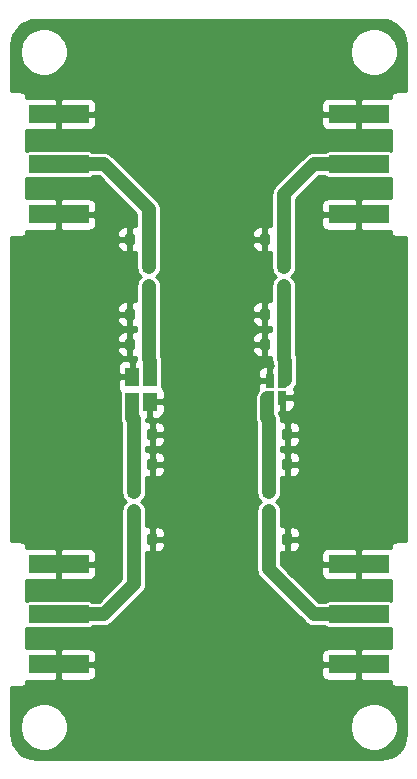
<source format=gbr>
G04 #@! TF.GenerationSoftware,KiCad,Pcbnew,(5.1.5)-3*
G04 #@! TF.CreationDate,2020-02-08T17:29:24+01:00*
G04 #@! TF.ProjectId,acmp_test_fixture,61636d70-5f74-4657-9374-5f6669787475,rev?*
G04 #@! TF.SameCoordinates,Original*
G04 #@! TF.FileFunction,Copper,L1,Top*
G04 #@! TF.FilePolarity,Positive*
%FSLAX46Y46*%
G04 Gerber Fmt 4.6, Leading zero omitted, Abs format (unit mm)*
G04 Created by KiCad (PCBNEW (5.1.5)-3) date 2020-02-08 17:29:24*
%MOMM*%
%LPD*%
G04 APERTURE LIST*
%ADD10R,5.080000X1.500000*%
%ADD11R,1.200000X1.600000*%
%ADD12C,0.100000*%
%ADD13R,0.800000X1.200000*%
%ADD14C,1.200000*%
%ADD15C,0.254000*%
G04 APERTURE END LIST*
D10*
X4445000Y50800000D03*
X4445000Y46550000D03*
X4445000Y55050000D03*
D11*
X12180000Y32800000D03*
X10680000Y32800000D03*
X10680000Y30700000D03*
X12180000Y30700000D03*
G04 #@! TA.AperFunction,SMDPad,CuDef*
D12*
G36*
X22160191Y44923947D02*
G01*
X22181426Y44920797D01*
X22202250Y44915581D01*
X22222462Y44908349D01*
X22241868Y44899170D01*
X22260281Y44888134D01*
X22277524Y44875346D01*
X22293430Y44860930D01*
X22307846Y44845024D01*
X22320634Y44827781D01*
X22331670Y44809368D01*
X22340849Y44789962D01*
X22348081Y44769750D01*
X22353297Y44748926D01*
X22356447Y44727691D01*
X22357500Y44706250D01*
X22357500Y44193750D01*
X22356447Y44172309D01*
X22353297Y44151074D01*
X22348081Y44130250D01*
X22340849Y44110038D01*
X22331670Y44090632D01*
X22320634Y44072219D01*
X22307846Y44054976D01*
X22293430Y44039070D01*
X22277524Y44024654D01*
X22260281Y44011866D01*
X22241868Y44000830D01*
X22222462Y43991651D01*
X22202250Y43984419D01*
X22181426Y43979203D01*
X22160191Y43976053D01*
X22138750Y43975000D01*
X21701250Y43975000D01*
X21679809Y43976053D01*
X21658574Y43979203D01*
X21637750Y43984419D01*
X21617538Y43991651D01*
X21598132Y44000830D01*
X21579719Y44011866D01*
X21562476Y44024654D01*
X21546570Y44039070D01*
X21532154Y44054976D01*
X21519366Y44072219D01*
X21508330Y44090632D01*
X21499151Y44110038D01*
X21491919Y44130250D01*
X21486703Y44151074D01*
X21483553Y44172309D01*
X21482500Y44193750D01*
X21482500Y44706250D01*
X21483553Y44727691D01*
X21486703Y44748926D01*
X21491919Y44769750D01*
X21499151Y44789962D01*
X21508330Y44809368D01*
X21519366Y44827781D01*
X21532154Y44845024D01*
X21546570Y44860930D01*
X21562476Y44875346D01*
X21579719Y44888134D01*
X21598132Y44899170D01*
X21617538Y44908349D01*
X21637750Y44915581D01*
X21658574Y44920797D01*
X21679809Y44923947D01*
X21701250Y44925000D01*
X22138750Y44925000D01*
X22160191Y44923947D01*
G37*
G04 #@! TD.AperFunction*
G04 #@! TA.AperFunction,SMDPad,CuDef*
G36*
X23735191Y44923947D02*
G01*
X23756426Y44920797D01*
X23777250Y44915581D01*
X23797462Y44908349D01*
X23816868Y44899170D01*
X23835281Y44888134D01*
X23852524Y44875346D01*
X23868430Y44860930D01*
X23882846Y44845024D01*
X23895634Y44827781D01*
X23906670Y44809368D01*
X23915849Y44789962D01*
X23923081Y44769750D01*
X23928297Y44748926D01*
X23931447Y44727691D01*
X23932500Y44706250D01*
X23932500Y44193750D01*
X23931447Y44172309D01*
X23928297Y44151074D01*
X23923081Y44130250D01*
X23915849Y44110038D01*
X23906670Y44090632D01*
X23895634Y44072219D01*
X23882846Y44054976D01*
X23868430Y44039070D01*
X23852524Y44024654D01*
X23835281Y44011866D01*
X23816868Y44000830D01*
X23797462Y43991651D01*
X23777250Y43984419D01*
X23756426Y43979203D01*
X23735191Y43976053D01*
X23713750Y43975000D01*
X23276250Y43975000D01*
X23254809Y43976053D01*
X23233574Y43979203D01*
X23212750Y43984419D01*
X23192538Y43991651D01*
X23173132Y44000830D01*
X23154719Y44011866D01*
X23137476Y44024654D01*
X23121570Y44039070D01*
X23107154Y44054976D01*
X23094366Y44072219D01*
X23083330Y44090632D01*
X23074151Y44110038D01*
X23066919Y44130250D01*
X23061703Y44151074D01*
X23058553Y44172309D01*
X23057500Y44193750D01*
X23057500Y44706250D01*
X23058553Y44727691D01*
X23061703Y44748926D01*
X23066919Y44769750D01*
X23074151Y44789962D01*
X23083330Y44809368D01*
X23094366Y44827781D01*
X23107154Y44845024D01*
X23121570Y44860930D01*
X23137476Y44875346D01*
X23154719Y44888134D01*
X23173132Y44899170D01*
X23192538Y44908349D01*
X23212750Y44915581D01*
X23233574Y44920797D01*
X23254809Y44923947D01*
X23276250Y44925000D01*
X23713750Y44925000D01*
X23735191Y44923947D01*
G37*
G04 #@! TD.AperFunction*
G04 #@! TA.AperFunction,SMDPad,CuDef*
G36*
X23772691Y40923947D02*
G01*
X23793926Y40920797D01*
X23814750Y40915581D01*
X23834962Y40908349D01*
X23854368Y40899170D01*
X23872781Y40888134D01*
X23890024Y40875346D01*
X23905930Y40860930D01*
X23920346Y40845024D01*
X23933134Y40827781D01*
X23944170Y40809368D01*
X23953349Y40789962D01*
X23960581Y40769750D01*
X23965797Y40748926D01*
X23968947Y40727691D01*
X23970000Y40706250D01*
X23970000Y40268750D01*
X23968947Y40247309D01*
X23965797Y40226074D01*
X23960581Y40205250D01*
X23953349Y40185038D01*
X23944170Y40165632D01*
X23933134Y40147219D01*
X23920346Y40129976D01*
X23905930Y40114070D01*
X23890024Y40099654D01*
X23872781Y40086866D01*
X23854368Y40075830D01*
X23834962Y40066651D01*
X23814750Y40059419D01*
X23793926Y40054203D01*
X23772691Y40051053D01*
X23751250Y40050000D01*
X23238750Y40050000D01*
X23217309Y40051053D01*
X23196074Y40054203D01*
X23175250Y40059419D01*
X23155038Y40066651D01*
X23135632Y40075830D01*
X23117219Y40086866D01*
X23099976Y40099654D01*
X23084070Y40114070D01*
X23069654Y40129976D01*
X23056866Y40147219D01*
X23045830Y40165632D01*
X23036651Y40185038D01*
X23029419Y40205250D01*
X23024203Y40226074D01*
X23021053Y40247309D01*
X23020000Y40268750D01*
X23020000Y40706250D01*
X23021053Y40727691D01*
X23024203Y40748926D01*
X23029419Y40769750D01*
X23036651Y40789962D01*
X23045830Y40809368D01*
X23056866Y40827781D01*
X23069654Y40845024D01*
X23084070Y40860930D01*
X23099976Y40875346D01*
X23117219Y40888134D01*
X23135632Y40899170D01*
X23155038Y40908349D01*
X23175250Y40915581D01*
X23196074Y40920797D01*
X23217309Y40923947D01*
X23238750Y40925000D01*
X23751250Y40925000D01*
X23772691Y40923947D01*
G37*
G04 #@! TD.AperFunction*
G04 #@! TA.AperFunction,SMDPad,CuDef*
G36*
X23772691Y42498947D02*
G01*
X23793926Y42495797D01*
X23814750Y42490581D01*
X23834962Y42483349D01*
X23854368Y42474170D01*
X23872781Y42463134D01*
X23890024Y42450346D01*
X23905930Y42435930D01*
X23920346Y42420024D01*
X23933134Y42402781D01*
X23944170Y42384368D01*
X23953349Y42364962D01*
X23960581Y42344750D01*
X23965797Y42323926D01*
X23968947Y42302691D01*
X23970000Y42281250D01*
X23970000Y41843750D01*
X23968947Y41822309D01*
X23965797Y41801074D01*
X23960581Y41780250D01*
X23953349Y41760038D01*
X23944170Y41740632D01*
X23933134Y41722219D01*
X23920346Y41704976D01*
X23905930Y41689070D01*
X23890024Y41674654D01*
X23872781Y41661866D01*
X23854368Y41650830D01*
X23834962Y41641651D01*
X23814750Y41634419D01*
X23793926Y41629203D01*
X23772691Y41626053D01*
X23751250Y41625000D01*
X23238750Y41625000D01*
X23217309Y41626053D01*
X23196074Y41629203D01*
X23175250Y41634419D01*
X23155038Y41641651D01*
X23135632Y41650830D01*
X23117219Y41661866D01*
X23099976Y41674654D01*
X23084070Y41689070D01*
X23069654Y41704976D01*
X23056866Y41722219D01*
X23045830Y41740632D01*
X23036651Y41760038D01*
X23029419Y41780250D01*
X23024203Y41801074D01*
X23021053Y41822309D01*
X23020000Y41843750D01*
X23020000Y42281250D01*
X23021053Y42302691D01*
X23024203Y42323926D01*
X23029419Y42344750D01*
X23036651Y42364962D01*
X23045830Y42384368D01*
X23056866Y42402781D01*
X23069654Y42420024D01*
X23084070Y42435930D01*
X23099976Y42450346D01*
X23117219Y42463134D01*
X23135632Y42474170D01*
X23155038Y42483349D01*
X23175250Y42490581D01*
X23196074Y42495797D01*
X23217309Y42498947D01*
X23238750Y42500000D01*
X23751250Y42500000D01*
X23772691Y42498947D01*
G37*
G04 #@! TD.AperFunction*
G04 #@! TA.AperFunction,SMDPad,CuDef*
G36*
X22160191Y38573947D02*
G01*
X22181426Y38570797D01*
X22202250Y38565581D01*
X22222462Y38558349D01*
X22241868Y38549170D01*
X22260281Y38538134D01*
X22277524Y38525346D01*
X22293430Y38510930D01*
X22307846Y38495024D01*
X22320634Y38477781D01*
X22331670Y38459368D01*
X22340849Y38439962D01*
X22348081Y38419750D01*
X22353297Y38398926D01*
X22356447Y38377691D01*
X22357500Y38356250D01*
X22357500Y37843750D01*
X22356447Y37822309D01*
X22353297Y37801074D01*
X22348081Y37780250D01*
X22340849Y37760038D01*
X22331670Y37740632D01*
X22320634Y37722219D01*
X22307846Y37704976D01*
X22293430Y37689070D01*
X22277524Y37674654D01*
X22260281Y37661866D01*
X22241868Y37650830D01*
X22222462Y37641651D01*
X22202250Y37634419D01*
X22181426Y37629203D01*
X22160191Y37626053D01*
X22138750Y37625000D01*
X21701250Y37625000D01*
X21679809Y37626053D01*
X21658574Y37629203D01*
X21637750Y37634419D01*
X21617538Y37641651D01*
X21598132Y37650830D01*
X21579719Y37661866D01*
X21562476Y37674654D01*
X21546570Y37689070D01*
X21532154Y37704976D01*
X21519366Y37722219D01*
X21508330Y37740632D01*
X21499151Y37760038D01*
X21491919Y37780250D01*
X21486703Y37801074D01*
X21483553Y37822309D01*
X21482500Y37843750D01*
X21482500Y38356250D01*
X21483553Y38377691D01*
X21486703Y38398926D01*
X21491919Y38419750D01*
X21499151Y38439962D01*
X21508330Y38459368D01*
X21519366Y38477781D01*
X21532154Y38495024D01*
X21546570Y38510930D01*
X21562476Y38525346D01*
X21579719Y38538134D01*
X21598132Y38549170D01*
X21617538Y38558349D01*
X21637750Y38565581D01*
X21658574Y38570797D01*
X21679809Y38573947D01*
X21701250Y38575000D01*
X22138750Y38575000D01*
X22160191Y38573947D01*
G37*
G04 #@! TD.AperFunction*
G04 #@! TA.AperFunction,SMDPad,CuDef*
G36*
X23735191Y38573947D02*
G01*
X23756426Y38570797D01*
X23777250Y38565581D01*
X23797462Y38558349D01*
X23816868Y38549170D01*
X23835281Y38538134D01*
X23852524Y38525346D01*
X23868430Y38510930D01*
X23882846Y38495024D01*
X23895634Y38477781D01*
X23906670Y38459368D01*
X23915849Y38439962D01*
X23923081Y38419750D01*
X23928297Y38398926D01*
X23931447Y38377691D01*
X23932500Y38356250D01*
X23932500Y37843750D01*
X23931447Y37822309D01*
X23928297Y37801074D01*
X23923081Y37780250D01*
X23915849Y37760038D01*
X23906670Y37740632D01*
X23895634Y37722219D01*
X23882846Y37704976D01*
X23868430Y37689070D01*
X23852524Y37674654D01*
X23835281Y37661866D01*
X23816868Y37650830D01*
X23797462Y37641651D01*
X23777250Y37634419D01*
X23756426Y37629203D01*
X23735191Y37626053D01*
X23713750Y37625000D01*
X23276250Y37625000D01*
X23254809Y37626053D01*
X23233574Y37629203D01*
X23212750Y37634419D01*
X23192538Y37641651D01*
X23173132Y37650830D01*
X23154719Y37661866D01*
X23137476Y37674654D01*
X23121570Y37689070D01*
X23107154Y37704976D01*
X23094366Y37722219D01*
X23083330Y37740632D01*
X23074151Y37760038D01*
X23066919Y37780250D01*
X23061703Y37801074D01*
X23058553Y37822309D01*
X23057500Y37843750D01*
X23057500Y38356250D01*
X23058553Y38377691D01*
X23061703Y38398926D01*
X23066919Y38419750D01*
X23074151Y38439962D01*
X23083330Y38459368D01*
X23094366Y38477781D01*
X23107154Y38495024D01*
X23121570Y38510930D01*
X23137476Y38525346D01*
X23154719Y38538134D01*
X23173132Y38549170D01*
X23192538Y38558349D01*
X23212750Y38565581D01*
X23233574Y38570797D01*
X23254809Y38573947D01*
X23276250Y38575000D01*
X23713750Y38575000D01*
X23735191Y38573947D01*
G37*
G04 #@! TD.AperFunction*
G04 #@! TA.AperFunction,SMDPad,CuDef*
G36*
X24040191Y25873947D02*
G01*
X24061426Y25870797D01*
X24082250Y25865581D01*
X24102462Y25858349D01*
X24121868Y25849170D01*
X24140281Y25838134D01*
X24157524Y25825346D01*
X24173430Y25810930D01*
X24187846Y25795024D01*
X24200634Y25777781D01*
X24211670Y25759368D01*
X24220849Y25739962D01*
X24228081Y25719750D01*
X24233297Y25698926D01*
X24236447Y25677691D01*
X24237500Y25656250D01*
X24237500Y25143750D01*
X24236447Y25122309D01*
X24233297Y25101074D01*
X24228081Y25080250D01*
X24220849Y25060038D01*
X24211670Y25040632D01*
X24200634Y25022219D01*
X24187846Y25004976D01*
X24173430Y24989070D01*
X24157524Y24974654D01*
X24140281Y24961866D01*
X24121868Y24950830D01*
X24102462Y24941651D01*
X24082250Y24934419D01*
X24061426Y24929203D01*
X24040191Y24926053D01*
X24018750Y24925000D01*
X23581250Y24925000D01*
X23559809Y24926053D01*
X23538574Y24929203D01*
X23517750Y24934419D01*
X23497538Y24941651D01*
X23478132Y24950830D01*
X23459719Y24961866D01*
X23442476Y24974654D01*
X23426570Y24989070D01*
X23412154Y25004976D01*
X23399366Y25022219D01*
X23388330Y25040632D01*
X23379151Y25060038D01*
X23371919Y25080250D01*
X23366703Y25101074D01*
X23363553Y25122309D01*
X23362500Y25143750D01*
X23362500Y25656250D01*
X23363553Y25677691D01*
X23366703Y25698926D01*
X23371919Y25719750D01*
X23379151Y25739962D01*
X23388330Y25759368D01*
X23399366Y25777781D01*
X23412154Y25795024D01*
X23426570Y25810930D01*
X23442476Y25825346D01*
X23459719Y25838134D01*
X23478132Y25849170D01*
X23497538Y25858349D01*
X23517750Y25865581D01*
X23538574Y25870797D01*
X23559809Y25873947D01*
X23581250Y25875000D01*
X24018750Y25875000D01*
X24040191Y25873947D01*
G37*
G04 #@! TD.AperFunction*
G04 #@! TA.AperFunction,SMDPad,CuDef*
G36*
X22465191Y25873947D02*
G01*
X22486426Y25870797D01*
X22507250Y25865581D01*
X22527462Y25858349D01*
X22546868Y25849170D01*
X22565281Y25838134D01*
X22582524Y25825346D01*
X22598430Y25810930D01*
X22612846Y25795024D01*
X22625634Y25777781D01*
X22636670Y25759368D01*
X22645849Y25739962D01*
X22653081Y25719750D01*
X22658297Y25698926D01*
X22661447Y25677691D01*
X22662500Y25656250D01*
X22662500Y25143750D01*
X22661447Y25122309D01*
X22658297Y25101074D01*
X22653081Y25080250D01*
X22645849Y25060038D01*
X22636670Y25040632D01*
X22625634Y25022219D01*
X22612846Y25004976D01*
X22598430Y24989070D01*
X22582524Y24974654D01*
X22565281Y24961866D01*
X22546868Y24950830D01*
X22527462Y24941651D01*
X22507250Y24934419D01*
X22486426Y24929203D01*
X22465191Y24926053D01*
X22443750Y24925000D01*
X22006250Y24925000D01*
X21984809Y24926053D01*
X21963574Y24929203D01*
X21942750Y24934419D01*
X21922538Y24941651D01*
X21903132Y24950830D01*
X21884719Y24961866D01*
X21867476Y24974654D01*
X21851570Y24989070D01*
X21837154Y25004976D01*
X21824366Y25022219D01*
X21813330Y25040632D01*
X21804151Y25060038D01*
X21796919Y25080250D01*
X21791703Y25101074D01*
X21788553Y25122309D01*
X21787500Y25143750D01*
X21787500Y25656250D01*
X21788553Y25677691D01*
X21791703Y25698926D01*
X21796919Y25719750D01*
X21804151Y25739962D01*
X21813330Y25759368D01*
X21824366Y25777781D01*
X21837154Y25795024D01*
X21851570Y25810930D01*
X21867476Y25825346D01*
X21884719Y25838134D01*
X21903132Y25849170D01*
X21922538Y25858349D01*
X21942750Y25865581D01*
X21963574Y25870797D01*
X21984809Y25873947D01*
X22006250Y25875000D01*
X22443750Y25875000D01*
X22465191Y25873947D01*
G37*
G04 #@! TD.AperFunction*
G04 #@! TA.AperFunction,SMDPad,CuDef*
G36*
X22502691Y21873947D02*
G01*
X22523926Y21870797D01*
X22544750Y21865581D01*
X22564962Y21858349D01*
X22584368Y21849170D01*
X22602781Y21838134D01*
X22620024Y21825346D01*
X22635930Y21810930D01*
X22650346Y21795024D01*
X22663134Y21777781D01*
X22674170Y21759368D01*
X22683349Y21739962D01*
X22690581Y21719750D01*
X22695797Y21698926D01*
X22698947Y21677691D01*
X22700000Y21656250D01*
X22700000Y21218750D01*
X22698947Y21197309D01*
X22695797Y21176074D01*
X22690581Y21155250D01*
X22683349Y21135038D01*
X22674170Y21115632D01*
X22663134Y21097219D01*
X22650346Y21079976D01*
X22635930Y21064070D01*
X22620024Y21049654D01*
X22602781Y21036866D01*
X22584368Y21025830D01*
X22564962Y21016651D01*
X22544750Y21009419D01*
X22523926Y21004203D01*
X22502691Y21001053D01*
X22481250Y21000000D01*
X21968750Y21000000D01*
X21947309Y21001053D01*
X21926074Y21004203D01*
X21905250Y21009419D01*
X21885038Y21016651D01*
X21865632Y21025830D01*
X21847219Y21036866D01*
X21829976Y21049654D01*
X21814070Y21064070D01*
X21799654Y21079976D01*
X21786866Y21097219D01*
X21775830Y21115632D01*
X21766651Y21135038D01*
X21759419Y21155250D01*
X21754203Y21176074D01*
X21751053Y21197309D01*
X21750000Y21218750D01*
X21750000Y21656250D01*
X21751053Y21677691D01*
X21754203Y21698926D01*
X21759419Y21719750D01*
X21766651Y21739962D01*
X21775830Y21759368D01*
X21786866Y21777781D01*
X21799654Y21795024D01*
X21814070Y21810930D01*
X21829976Y21825346D01*
X21847219Y21838134D01*
X21865632Y21849170D01*
X21885038Y21858349D01*
X21905250Y21865581D01*
X21926074Y21870797D01*
X21947309Y21873947D01*
X21968750Y21875000D01*
X22481250Y21875000D01*
X22502691Y21873947D01*
G37*
G04 #@! TD.AperFunction*
G04 #@! TA.AperFunction,SMDPad,CuDef*
G36*
X22502691Y23448947D02*
G01*
X22523926Y23445797D01*
X22544750Y23440581D01*
X22564962Y23433349D01*
X22584368Y23424170D01*
X22602781Y23413134D01*
X22620024Y23400346D01*
X22635930Y23385930D01*
X22650346Y23370024D01*
X22663134Y23352781D01*
X22674170Y23334368D01*
X22683349Y23314962D01*
X22690581Y23294750D01*
X22695797Y23273926D01*
X22698947Y23252691D01*
X22700000Y23231250D01*
X22700000Y22793750D01*
X22698947Y22772309D01*
X22695797Y22751074D01*
X22690581Y22730250D01*
X22683349Y22710038D01*
X22674170Y22690632D01*
X22663134Y22672219D01*
X22650346Y22654976D01*
X22635930Y22639070D01*
X22620024Y22624654D01*
X22602781Y22611866D01*
X22584368Y22600830D01*
X22564962Y22591651D01*
X22544750Y22584419D01*
X22523926Y22579203D01*
X22502691Y22576053D01*
X22481250Y22575000D01*
X21968750Y22575000D01*
X21947309Y22576053D01*
X21926074Y22579203D01*
X21905250Y22584419D01*
X21885038Y22591651D01*
X21865632Y22600830D01*
X21847219Y22611866D01*
X21829976Y22624654D01*
X21814070Y22639070D01*
X21799654Y22654976D01*
X21786866Y22672219D01*
X21775830Y22690632D01*
X21766651Y22710038D01*
X21759419Y22730250D01*
X21754203Y22751074D01*
X21751053Y22772309D01*
X21750000Y22793750D01*
X21750000Y23231250D01*
X21751053Y23252691D01*
X21754203Y23273926D01*
X21759419Y23294750D01*
X21766651Y23314962D01*
X21775830Y23334368D01*
X21786866Y23352781D01*
X21799654Y23370024D01*
X21814070Y23385930D01*
X21829976Y23400346D01*
X21847219Y23413134D01*
X21865632Y23424170D01*
X21885038Y23433349D01*
X21905250Y23440581D01*
X21926074Y23445797D01*
X21947309Y23448947D01*
X21968750Y23450000D01*
X22481250Y23450000D01*
X22502691Y23448947D01*
G37*
G04 #@! TD.AperFunction*
G04 #@! TA.AperFunction,SMDPad,CuDef*
G36*
X24040191Y19523947D02*
G01*
X24061426Y19520797D01*
X24082250Y19515581D01*
X24102462Y19508349D01*
X24121868Y19499170D01*
X24140281Y19488134D01*
X24157524Y19475346D01*
X24173430Y19460930D01*
X24187846Y19445024D01*
X24200634Y19427781D01*
X24211670Y19409368D01*
X24220849Y19389962D01*
X24228081Y19369750D01*
X24233297Y19348926D01*
X24236447Y19327691D01*
X24237500Y19306250D01*
X24237500Y18793750D01*
X24236447Y18772309D01*
X24233297Y18751074D01*
X24228081Y18730250D01*
X24220849Y18710038D01*
X24211670Y18690632D01*
X24200634Y18672219D01*
X24187846Y18654976D01*
X24173430Y18639070D01*
X24157524Y18624654D01*
X24140281Y18611866D01*
X24121868Y18600830D01*
X24102462Y18591651D01*
X24082250Y18584419D01*
X24061426Y18579203D01*
X24040191Y18576053D01*
X24018750Y18575000D01*
X23581250Y18575000D01*
X23559809Y18576053D01*
X23538574Y18579203D01*
X23517750Y18584419D01*
X23497538Y18591651D01*
X23478132Y18600830D01*
X23459719Y18611866D01*
X23442476Y18624654D01*
X23426570Y18639070D01*
X23412154Y18654976D01*
X23399366Y18672219D01*
X23388330Y18690632D01*
X23379151Y18710038D01*
X23371919Y18730250D01*
X23366703Y18751074D01*
X23363553Y18772309D01*
X23362500Y18793750D01*
X23362500Y19306250D01*
X23363553Y19327691D01*
X23366703Y19348926D01*
X23371919Y19369750D01*
X23379151Y19389962D01*
X23388330Y19409368D01*
X23399366Y19427781D01*
X23412154Y19445024D01*
X23426570Y19460930D01*
X23442476Y19475346D01*
X23459719Y19488134D01*
X23478132Y19499170D01*
X23497538Y19508349D01*
X23517750Y19515581D01*
X23538574Y19520797D01*
X23559809Y19523947D01*
X23581250Y19525000D01*
X24018750Y19525000D01*
X24040191Y19523947D01*
G37*
G04 #@! TD.AperFunction*
G04 #@! TA.AperFunction,SMDPad,CuDef*
G36*
X22465191Y19523947D02*
G01*
X22486426Y19520797D01*
X22507250Y19515581D01*
X22527462Y19508349D01*
X22546868Y19499170D01*
X22565281Y19488134D01*
X22582524Y19475346D01*
X22598430Y19460930D01*
X22612846Y19445024D01*
X22625634Y19427781D01*
X22636670Y19409368D01*
X22645849Y19389962D01*
X22653081Y19369750D01*
X22658297Y19348926D01*
X22661447Y19327691D01*
X22662500Y19306250D01*
X22662500Y18793750D01*
X22661447Y18772309D01*
X22658297Y18751074D01*
X22653081Y18730250D01*
X22645849Y18710038D01*
X22636670Y18690632D01*
X22625634Y18672219D01*
X22612846Y18654976D01*
X22598430Y18639070D01*
X22582524Y18624654D01*
X22565281Y18611866D01*
X22546868Y18600830D01*
X22527462Y18591651D01*
X22507250Y18584419D01*
X22486426Y18579203D01*
X22465191Y18576053D01*
X22443750Y18575000D01*
X22006250Y18575000D01*
X21984809Y18576053D01*
X21963574Y18579203D01*
X21942750Y18584419D01*
X21922538Y18591651D01*
X21903132Y18600830D01*
X21884719Y18611866D01*
X21867476Y18624654D01*
X21851570Y18639070D01*
X21837154Y18654976D01*
X21824366Y18672219D01*
X21813330Y18690632D01*
X21804151Y18710038D01*
X21796919Y18730250D01*
X21791703Y18751074D01*
X21788553Y18772309D01*
X21787500Y18793750D01*
X21787500Y19306250D01*
X21788553Y19327691D01*
X21791703Y19348926D01*
X21796919Y19369750D01*
X21804151Y19389962D01*
X21813330Y19409368D01*
X21824366Y19427781D01*
X21837154Y19445024D01*
X21851570Y19460930D01*
X21867476Y19475346D01*
X21884719Y19488134D01*
X21903132Y19499170D01*
X21922538Y19508349D01*
X21942750Y19515581D01*
X21963574Y19520797D01*
X21984809Y19523947D01*
X22006250Y19525000D01*
X22443750Y19525000D01*
X22465191Y19523947D01*
G37*
G04 #@! TD.AperFunction*
G04 #@! TA.AperFunction,SMDPad,CuDef*
G36*
X12610191Y19523947D02*
G01*
X12631426Y19520797D01*
X12652250Y19515581D01*
X12672462Y19508349D01*
X12691868Y19499170D01*
X12710281Y19488134D01*
X12727524Y19475346D01*
X12743430Y19460930D01*
X12757846Y19445024D01*
X12770634Y19427781D01*
X12781670Y19409368D01*
X12790849Y19389962D01*
X12798081Y19369750D01*
X12803297Y19348926D01*
X12806447Y19327691D01*
X12807500Y19306250D01*
X12807500Y18793750D01*
X12806447Y18772309D01*
X12803297Y18751074D01*
X12798081Y18730250D01*
X12790849Y18710038D01*
X12781670Y18690632D01*
X12770634Y18672219D01*
X12757846Y18654976D01*
X12743430Y18639070D01*
X12727524Y18624654D01*
X12710281Y18611866D01*
X12691868Y18600830D01*
X12672462Y18591651D01*
X12652250Y18584419D01*
X12631426Y18579203D01*
X12610191Y18576053D01*
X12588750Y18575000D01*
X12151250Y18575000D01*
X12129809Y18576053D01*
X12108574Y18579203D01*
X12087750Y18584419D01*
X12067538Y18591651D01*
X12048132Y18600830D01*
X12029719Y18611866D01*
X12012476Y18624654D01*
X11996570Y18639070D01*
X11982154Y18654976D01*
X11969366Y18672219D01*
X11958330Y18690632D01*
X11949151Y18710038D01*
X11941919Y18730250D01*
X11936703Y18751074D01*
X11933553Y18772309D01*
X11932500Y18793750D01*
X11932500Y19306250D01*
X11933553Y19327691D01*
X11936703Y19348926D01*
X11941919Y19369750D01*
X11949151Y19389962D01*
X11958330Y19409368D01*
X11969366Y19427781D01*
X11982154Y19445024D01*
X11996570Y19460930D01*
X12012476Y19475346D01*
X12029719Y19488134D01*
X12048132Y19499170D01*
X12067538Y19508349D01*
X12087750Y19515581D01*
X12108574Y19520797D01*
X12129809Y19523947D01*
X12151250Y19525000D01*
X12588750Y19525000D01*
X12610191Y19523947D01*
G37*
G04 #@! TD.AperFunction*
G04 #@! TA.AperFunction,SMDPad,CuDef*
G36*
X11035191Y19523947D02*
G01*
X11056426Y19520797D01*
X11077250Y19515581D01*
X11097462Y19508349D01*
X11116868Y19499170D01*
X11135281Y19488134D01*
X11152524Y19475346D01*
X11168430Y19460930D01*
X11182846Y19445024D01*
X11195634Y19427781D01*
X11206670Y19409368D01*
X11215849Y19389962D01*
X11223081Y19369750D01*
X11228297Y19348926D01*
X11231447Y19327691D01*
X11232500Y19306250D01*
X11232500Y18793750D01*
X11231447Y18772309D01*
X11228297Y18751074D01*
X11223081Y18730250D01*
X11215849Y18710038D01*
X11206670Y18690632D01*
X11195634Y18672219D01*
X11182846Y18654976D01*
X11168430Y18639070D01*
X11152524Y18624654D01*
X11135281Y18611866D01*
X11116868Y18600830D01*
X11097462Y18591651D01*
X11077250Y18584419D01*
X11056426Y18579203D01*
X11035191Y18576053D01*
X11013750Y18575000D01*
X10576250Y18575000D01*
X10554809Y18576053D01*
X10533574Y18579203D01*
X10512750Y18584419D01*
X10492538Y18591651D01*
X10473132Y18600830D01*
X10454719Y18611866D01*
X10437476Y18624654D01*
X10421570Y18639070D01*
X10407154Y18654976D01*
X10394366Y18672219D01*
X10383330Y18690632D01*
X10374151Y18710038D01*
X10366919Y18730250D01*
X10361703Y18751074D01*
X10358553Y18772309D01*
X10357500Y18793750D01*
X10357500Y19306250D01*
X10358553Y19327691D01*
X10361703Y19348926D01*
X10366919Y19369750D01*
X10374151Y19389962D01*
X10383330Y19409368D01*
X10394366Y19427781D01*
X10407154Y19445024D01*
X10421570Y19460930D01*
X10437476Y19475346D01*
X10454719Y19488134D01*
X10473132Y19499170D01*
X10492538Y19508349D01*
X10512750Y19515581D01*
X10533574Y19520797D01*
X10554809Y19523947D01*
X10576250Y19525000D01*
X11013750Y19525000D01*
X11035191Y19523947D01*
G37*
G04 #@! TD.AperFunction*
G04 #@! TA.AperFunction,SMDPad,CuDef*
G36*
X11072691Y23448947D02*
G01*
X11093926Y23445797D01*
X11114750Y23440581D01*
X11134962Y23433349D01*
X11154368Y23424170D01*
X11172781Y23413134D01*
X11190024Y23400346D01*
X11205930Y23385930D01*
X11220346Y23370024D01*
X11233134Y23352781D01*
X11244170Y23334368D01*
X11253349Y23314962D01*
X11260581Y23294750D01*
X11265797Y23273926D01*
X11268947Y23252691D01*
X11270000Y23231250D01*
X11270000Y22793750D01*
X11268947Y22772309D01*
X11265797Y22751074D01*
X11260581Y22730250D01*
X11253349Y22710038D01*
X11244170Y22690632D01*
X11233134Y22672219D01*
X11220346Y22654976D01*
X11205930Y22639070D01*
X11190024Y22624654D01*
X11172781Y22611866D01*
X11154368Y22600830D01*
X11134962Y22591651D01*
X11114750Y22584419D01*
X11093926Y22579203D01*
X11072691Y22576053D01*
X11051250Y22575000D01*
X10538750Y22575000D01*
X10517309Y22576053D01*
X10496074Y22579203D01*
X10475250Y22584419D01*
X10455038Y22591651D01*
X10435632Y22600830D01*
X10417219Y22611866D01*
X10399976Y22624654D01*
X10384070Y22639070D01*
X10369654Y22654976D01*
X10356866Y22672219D01*
X10345830Y22690632D01*
X10336651Y22710038D01*
X10329419Y22730250D01*
X10324203Y22751074D01*
X10321053Y22772309D01*
X10320000Y22793750D01*
X10320000Y23231250D01*
X10321053Y23252691D01*
X10324203Y23273926D01*
X10329419Y23294750D01*
X10336651Y23314962D01*
X10345830Y23334368D01*
X10356866Y23352781D01*
X10369654Y23370024D01*
X10384070Y23385930D01*
X10399976Y23400346D01*
X10417219Y23413134D01*
X10435632Y23424170D01*
X10455038Y23433349D01*
X10475250Y23440581D01*
X10496074Y23445797D01*
X10517309Y23448947D01*
X10538750Y23450000D01*
X11051250Y23450000D01*
X11072691Y23448947D01*
G37*
G04 #@! TD.AperFunction*
G04 #@! TA.AperFunction,SMDPad,CuDef*
G36*
X11072691Y21873947D02*
G01*
X11093926Y21870797D01*
X11114750Y21865581D01*
X11134962Y21858349D01*
X11154368Y21849170D01*
X11172781Y21838134D01*
X11190024Y21825346D01*
X11205930Y21810930D01*
X11220346Y21795024D01*
X11233134Y21777781D01*
X11244170Y21759368D01*
X11253349Y21739962D01*
X11260581Y21719750D01*
X11265797Y21698926D01*
X11268947Y21677691D01*
X11270000Y21656250D01*
X11270000Y21218750D01*
X11268947Y21197309D01*
X11265797Y21176074D01*
X11260581Y21155250D01*
X11253349Y21135038D01*
X11244170Y21115632D01*
X11233134Y21097219D01*
X11220346Y21079976D01*
X11205930Y21064070D01*
X11190024Y21049654D01*
X11172781Y21036866D01*
X11154368Y21025830D01*
X11134962Y21016651D01*
X11114750Y21009419D01*
X11093926Y21004203D01*
X11072691Y21001053D01*
X11051250Y21000000D01*
X10538750Y21000000D01*
X10517309Y21001053D01*
X10496074Y21004203D01*
X10475250Y21009419D01*
X10455038Y21016651D01*
X10435632Y21025830D01*
X10417219Y21036866D01*
X10399976Y21049654D01*
X10384070Y21064070D01*
X10369654Y21079976D01*
X10356866Y21097219D01*
X10345830Y21115632D01*
X10336651Y21135038D01*
X10329419Y21155250D01*
X10324203Y21176074D01*
X10321053Y21197309D01*
X10320000Y21218750D01*
X10320000Y21656250D01*
X10321053Y21677691D01*
X10324203Y21698926D01*
X10329419Y21719750D01*
X10336651Y21739962D01*
X10345830Y21759368D01*
X10356866Y21777781D01*
X10369654Y21795024D01*
X10384070Y21810930D01*
X10399976Y21825346D01*
X10417219Y21838134D01*
X10435632Y21849170D01*
X10455038Y21858349D01*
X10475250Y21865581D01*
X10496074Y21870797D01*
X10517309Y21873947D01*
X10538750Y21875000D01*
X11051250Y21875000D01*
X11072691Y21873947D01*
G37*
G04 #@! TD.AperFunction*
G04 #@! TA.AperFunction,SMDPad,CuDef*
G36*
X12610191Y25873947D02*
G01*
X12631426Y25870797D01*
X12652250Y25865581D01*
X12672462Y25858349D01*
X12691868Y25849170D01*
X12710281Y25838134D01*
X12727524Y25825346D01*
X12743430Y25810930D01*
X12757846Y25795024D01*
X12770634Y25777781D01*
X12781670Y25759368D01*
X12790849Y25739962D01*
X12798081Y25719750D01*
X12803297Y25698926D01*
X12806447Y25677691D01*
X12807500Y25656250D01*
X12807500Y25143750D01*
X12806447Y25122309D01*
X12803297Y25101074D01*
X12798081Y25080250D01*
X12790849Y25060038D01*
X12781670Y25040632D01*
X12770634Y25022219D01*
X12757846Y25004976D01*
X12743430Y24989070D01*
X12727524Y24974654D01*
X12710281Y24961866D01*
X12691868Y24950830D01*
X12672462Y24941651D01*
X12652250Y24934419D01*
X12631426Y24929203D01*
X12610191Y24926053D01*
X12588750Y24925000D01*
X12151250Y24925000D01*
X12129809Y24926053D01*
X12108574Y24929203D01*
X12087750Y24934419D01*
X12067538Y24941651D01*
X12048132Y24950830D01*
X12029719Y24961866D01*
X12012476Y24974654D01*
X11996570Y24989070D01*
X11982154Y25004976D01*
X11969366Y25022219D01*
X11958330Y25040632D01*
X11949151Y25060038D01*
X11941919Y25080250D01*
X11936703Y25101074D01*
X11933553Y25122309D01*
X11932500Y25143750D01*
X11932500Y25656250D01*
X11933553Y25677691D01*
X11936703Y25698926D01*
X11941919Y25719750D01*
X11949151Y25739962D01*
X11958330Y25759368D01*
X11969366Y25777781D01*
X11982154Y25795024D01*
X11996570Y25810930D01*
X12012476Y25825346D01*
X12029719Y25838134D01*
X12048132Y25849170D01*
X12067538Y25858349D01*
X12087750Y25865581D01*
X12108574Y25870797D01*
X12129809Y25873947D01*
X12151250Y25875000D01*
X12588750Y25875000D01*
X12610191Y25873947D01*
G37*
G04 #@! TD.AperFunction*
G04 #@! TA.AperFunction,SMDPad,CuDef*
G36*
X11035191Y25873947D02*
G01*
X11056426Y25870797D01*
X11077250Y25865581D01*
X11097462Y25858349D01*
X11116868Y25849170D01*
X11135281Y25838134D01*
X11152524Y25825346D01*
X11168430Y25810930D01*
X11182846Y25795024D01*
X11195634Y25777781D01*
X11206670Y25759368D01*
X11215849Y25739962D01*
X11223081Y25719750D01*
X11228297Y25698926D01*
X11231447Y25677691D01*
X11232500Y25656250D01*
X11232500Y25143750D01*
X11231447Y25122309D01*
X11228297Y25101074D01*
X11223081Y25080250D01*
X11215849Y25060038D01*
X11206670Y25040632D01*
X11195634Y25022219D01*
X11182846Y25004976D01*
X11168430Y24989070D01*
X11152524Y24974654D01*
X11135281Y24961866D01*
X11116868Y24950830D01*
X11097462Y24941651D01*
X11077250Y24934419D01*
X11056426Y24929203D01*
X11035191Y24926053D01*
X11013750Y24925000D01*
X10576250Y24925000D01*
X10554809Y24926053D01*
X10533574Y24929203D01*
X10512750Y24934419D01*
X10492538Y24941651D01*
X10473132Y24950830D01*
X10454719Y24961866D01*
X10437476Y24974654D01*
X10421570Y24989070D01*
X10407154Y25004976D01*
X10394366Y25022219D01*
X10383330Y25040632D01*
X10374151Y25060038D01*
X10366919Y25080250D01*
X10361703Y25101074D01*
X10358553Y25122309D01*
X10357500Y25143750D01*
X10357500Y25656250D01*
X10358553Y25677691D01*
X10361703Y25698926D01*
X10366919Y25719750D01*
X10374151Y25739962D01*
X10383330Y25759368D01*
X10394366Y25777781D01*
X10407154Y25795024D01*
X10421570Y25810930D01*
X10437476Y25825346D01*
X10454719Y25838134D01*
X10473132Y25849170D01*
X10492538Y25858349D01*
X10512750Y25865581D01*
X10533574Y25870797D01*
X10554809Y25873947D01*
X10576250Y25875000D01*
X11013750Y25875000D01*
X11035191Y25873947D01*
G37*
G04 #@! TD.AperFunction*
G04 #@! TA.AperFunction,SMDPad,CuDef*
G36*
X10730191Y38573947D02*
G01*
X10751426Y38570797D01*
X10772250Y38565581D01*
X10792462Y38558349D01*
X10811868Y38549170D01*
X10830281Y38538134D01*
X10847524Y38525346D01*
X10863430Y38510930D01*
X10877846Y38495024D01*
X10890634Y38477781D01*
X10901670Y38459368D01*
X10910849Y38439962D01*
X10918081Y38419750D01*
X10923297Y38398926D01*
X10926447Y38377691D01*
X10927500Y38356250D01*
X10927500Y37843750D01*
X10926447Y37822309D01*
X10923297Y37801074D01*
X10918081Y37780250D01*
X10910849Y37760038D01*
X10901670Y37740632D01*
X10890634Y37722219D01*
X10877846Y37704976D01*
X10863430Y37689070D01*
X10847524Y37674654D01*
X10830281Y37661866D01*
X10811868Y37650830D01*
X10792462Y37641651D01*
X10772250Y37634419D01*
X10751426Y37629203D01*
X10730191Y37626053D01*
X10708750Y37625000D01*
X10271250Y37625000D01*
X10249809Y37626053D01*
X10228574Y37629203D01*
X10207750Y37634419D01*
X10187538Y37641651D01*
X10168132Y37650830D01*
X10149719Y37661866D01*
X10132476Y37674654D01*
X10116570Y37689070D01*
X10102154Y37704976D01*
X10089366Y37722219D01*
X10078330Y37740632D01*
X10069151Y37760038D01*
X10061919Y37780250D01*
X10056703Y37801074D01*
X10053553Y37822309D01*
X10052500Y37843750D01*
X10052500Y38356250D01*
X10053553Y38377691D01*
X10056703Y38398926D01*
X10061919Y38419750D01*
X10069151Y38439962D01*
X10078330Y38459368D01*
X10089366Y38477781D01*
X10102154Y38495024D01*
X10116570Y38510930D01*
X10132476Y38525346D01*
X10149719Y38538134D01*
X10168132Y38549170D01*
X10187538Y38558349D01*
X10207750Y38565581D01*
X10228574Y38570797D01*
X10249809Y38573947D01*
X10271250Y38575000D01*
X10708750Y38575000D01*
X10730191Y38573947D01*
G37*
G04 #@! TD.AperFunction*
G04 #@! TA.AperFunction,SMDPad,CuDef*
G36*
X12305191Y38573947D02*
G01*
X12326426Y38570797D01*
X12347250Y38565581D01*
X12367462Y38558349D01*
X12386868Y38549170D01*
X12405281Y38538134D01*
X12422524Y38525346D01*
X12438430Y38510930D01*
X12452846Y38495024D01*
X12465634Y38477781D01*
X12476670Y38459368D01*
X12485849Y38439962D01*
X12493081Y38419750D01*
X12498297Y38398926D01*
X12501447Y38377691D01*
X12502500Y38356250D01*
X12502500Y37843750D01*
X12501447Y37822309D01*
X12498297Y37801074D01*
X12493081Y37780250D01*
X12485849Y37760038D01*
X12476670Y37740632D01*
X12465634Y37722219D01*
X12452846Y37704976D01*
X12438430Y37689070D01*
X12422524Y37674654D01*
X12405281Y37661866D01*
X12386868Y37650830D01*
X12367462Y37641651D01*
X12347250Y37634419D01*
X12326426Y37629203D01*
X12305191Y37626053D01*
X12283750Y37625000D01*
X11846250Y37625000D01*
X11824809Y37626053D01*
X11803574Y37629203D01*
X11782750Y37634419D01*
X11762538Y37641651D01*
X11743132Y37650830D01*
X11724719Y37661866D01*
X11707476Y37674654D01*
X11691570Y37689070D01*
X11677154Y37704976D01*
X11664366Y37722219D01*
X11653330Y37740632D01*
X11644151Y37760038D01*
X11636919Y37780250D01*
X11631703Y37801074D01*
X11628553Y37822309D01*
X11627500Y37843750D01*
X11627500Y38356250D01*
X11628553Y38377691D01*
X11631703Y38398926D01*
X11636919Y38419750D01*
X11644151Y38439962D01*
X11653330Y38459368D01*
X11664366Y38477781D01*
X11677154Y38495024D01*
X11691570Y38510930D01*
X11707476Y38525346D01*
X11724719Y38538134D01*
X11743132Y38549170D01*
X11762538Y38558349D01*
X11782750Y38565581D01*
X11803574Y38570797D01*
X11824809Y38573947D01*
X11846250Y38575000D01*
X12283750Y38575000D01*
X12305191Y38573947D01*
G37*
G04 #@! TD.AperFunction*
G04 #@! TA.AperFunction,SMDPad,CuDef*
G36*
X12342691Y42498947D02*
G01*
X12363926Y42495797D01*
X12384750Y42490581D01*
X12404962Y42483349D01*
X12424368Y42474170D01*
X12442781Y42463134D01*
X12460024Y42450346D01*
X12475930Y42435930D01*
X12490346Y42420024D01*
X12503134Y42402781D01*
X12514170Y42384368D01*
X12523349Y42364962D01*
X12530581Y42344750D01*
X12535797Y42323926D01*
X12538947Y42302691D01*
X12540000Y42281250D01*
X12540000Y41843750D01*
X12538947Y41822309D01*
X12535797Y41801074D01*
X12530581Y41780250D01*
X12523349Y41760038D01*
X12514170Y41740632D01*
X12503134Y41722219D01*
X12490346Y41704976D01*
X12475930Y41689070D01*
X12460024Y41674654D01*
X12442781Y41661866D01*
X12424368Y41650830D01*
X12404962Y41641651D01*
X12384750Y41634419D01*
X12363926Y41629203D01*
X12342691Y41626053D01*
X12321250Y41625000D01*
X11808750Y41625000D01*
X11787309Y41626053D01*
X11766074Y41629203D01*
X11745250Y41634419D01*
X11725038Y41641651D01*
X11705632Y41650830D01*
X11687219Y41661866D01*
X11669976Y41674654D01*
X11654070Y41689070D01*
X11639654Y41704976D01*
X11626866Y41722219D01*
X11615830Y41740632D01*
X11606651Y41760038D01*
X11599419Y41780250D01*
X11594203Y41801074D01*
X11591053Y41822309D01*
X11590000Y41843750D01*
X11590000Y42281250D01*
X11591053Y42302691D01*
X11594203Y42323926D01*
X11599419Y42344750D01*
X11606651Y42364962D01*
X11615830Y42384368D01*
X11626866Y42402781D01*
X11639654Y42420024D01*
X11654070Y42435930D01*
X11669976Y42450346D01*
X11687219Y42463134D01*
X11705632Y42474170D01*
X11725038Y42483349D01*
X11745250Y42490581D01*
X11766074Y42495797D01*
X11787309Y42498947D01*
X11808750Y42500000D01*
X12321250Y42500000D01*
X12342691Y42498947D01*
G37*
G04 #@! TD.AperFunction*
G04 #@! TA.AperFunction,SMDPad,CuDef*
G36*
X12342691Y40923947D02*
G01*
X12363926Y40920797D01*
X12384750Y40915581D01*
X12404962Y40908349D01*
X12424368Y40899170D01*
X12442781Y40888134D01*
X12460024Y40875346D01*
X12475930Y40860930D01*
X12490346Y40845024D01*
X12503134Y40827781D01*
X12514170Y40809368D01*
X12523349Y40789962D01*
X12530581Y40769750D01*
X12535797Y40748926D01*
X12538947Y40727691D01*
X12540000Y40706250D01*
X12540000Y40268750D01*
X12538947Y40247309D01*
X12535797Y40226074D01*
X12530581Y40205250D01*
X12523349Y40185038D01*
X12514170Y40165632D01*
X12503134Y40147219D01*
X12490346Y40129976D01*
X12475930Y40114070D01*
X12460024Y40099654D01*
X12442781Y40086866D01*
X12424368Y40075830D01*
X12404962Y40066651D01*
X12384750Y40059419D01*
X12363926Y40054203D01*
X12342691Y40051053D01*
X12321250Y40050000D01*
X11808750Y40050000D01*
X11787309Y40051053D01*
X11766074Y40054203D01*
X11745250Y40059419D01*
X11725038Y40066651D01*
X11705632Y40075830D01*
X11687219Y40086866D01*
X11669976Y40099654D01*
X11654070Y40114070D01*
X11639654Y40129976D01*
X11626866Y40147219D01*
X11615830Y40165632D01*
X11606651Y40185038D01*
X11599419Y40205250D01*
X11594203Y40226074D01*
X11591053Y40247309D01*
X11590000Y40268750D01*
X11590000Y40706250D01*
X11591053Y40727691D01*
X11594203Y40748926D01*
X11599419Y40769750D01*
X11606651Y40789962D01*
X11615830Y40809368D01*
X11626866Y40827781D01*
X11639654Y40845024D01*
X11654070Y40860930D01*
X11669976Y40875346D01*
X11687219Y40888134D01*
X11705632Y40899170D01*
X11725038Y40908349D01*
X11745250Y40915581D01*
X11766074Y40920797D01*
X11787309Y40923947D01*
X11808750Y40925000D01*
X12321250Y40925000D01*
X12342691Y40923947D01*
G37*
G04 #@! TD.AperFunction*
G04 #@! TA.AperFunction,SMDPad,CuDef*
G36*
X10730191Y44923947D02*
G01*
X10751426Y44920797D01*
X10772250Y44915581D01*
X10792462Y44908349D01*
X10811868Y44899170D01*
X10830281Y44888134D01*
X10847524Y44875346D01*
X10863430Y44860930D01*
X10877846Y44845024D01*
X10890634Y44827781D01*
X10901670Y44809368D01*
X10910849Y44789962D01*
X10918081Y44769750D01*
X10923297Y44748926D01*
X10926447Y44727691D01*
X10927500Y44706250D01*
X10927500Y44193750D01*
X10926447Y44172309D01*
X10923297Y44151074D01*
X10918081Y44130250D01*
X10910849Y44110038D01*
X10901670Y44090632D01*
X10890634Y44072219D01*
X10877846Y44054976D01*
X10863430Y44039070D01*
X10847524Y44024654D01*
X10830281Y44011866D01*
X10811868Y44000830D01*
X10792462Y43991651D01*
X10772250Y43984419D01*
X10751426Y43979203D01*
X10730191Y43976053D01*
X10708750Y43975000D01*
X10271250Y43975000D01*
X10249809Y43976053D01*
X10228574Y43979203D01*
X10207750Y43984419D01*
X10187538Y43991651D01*
X10168132Y44000830D01*
X10149719Y44011866D01*
X10132476Y44024654D01*
X10116570Y44039070D01*
X10102154Y44054976D01*
X10089366Y44072219D01*
X10078330Y44090632D01*
X10069151Y44110038D01*
X10061919Y44130250D01*
X10056703Y44151074D01*
X10053553Y44172309D01*
X10052500Y44193750D01*
X10052500Y44706250D01*
X10053553Y44727691D01*
X10056703Y44748926D01*
X10061919Y44769750D01*
X10069151Y44789962D01*
X10078330Y44809368D01*
X10089366Y44827781D01*
X10102154Y44845024D01*
X10116570Y44860930D01*
X10132476Y44875346D01*
X10149719Y44888134D01*
X10168132Y44899170D01*
X10187538Y44908349D01*
X10207750Y44915581D01*
X10228574Y44920797D01*
X10249809Y44923947D01*
X10271250Y44925000D01*
X10708750Y44925000D01*
X10730191Y44923947D01*
G37*
G04 #@! TD.AperFunction*
G04 #@! TA.AperFunction,SMDPad,CuDef*
G36*
X12305191Y44923947D02*
G01*
X12326426Y44920797D01*
X12347250Y44915581D01*
X12367462Y44908349D01*
X12386868Y44899170D01*
X12405281Y44888134D01*
X12422524Y44875346D01*
X12438430Y44860930D01*
X12452846Y44845024D01*
X12465634Y44827781D01*
X12476670Y44809368D01*
X12485849Y44789962D01*
X12493081Y44769750D01*
X12498297Y44748926D01*
X12501447Y44727691D01*
X12502500Y44706250D01*
X12502500Y44193750D01*
X12501447Y44172309D01*
X12498297Y44151074D01*
X12493081Y44130250D01*
X12485849Y44110038D01*
X12476670Y44090632D01*
X12465634Y44072219D01*
X12452846Y44054976D01*
X12438430Y44039070D01*
X12422524Y44024654D01*
X12405281Y44011866D01*
X12386868Y44000830D01*
X12367462Y43991651D01*
X12347250Y43984419D01*
X12326426Y43979203D01*
X12305191Y43976053D01*
X12283750Y43975000D01*
X11846250Y43975000D01*
X11824809Y43976053D01*
X11803574Y43979203D01*
X11782750Y43984419D01*
X11762538Y43991651D01*
X11743132Y44000830D01*
X11724719Y44011866D01*
X11707476Y44024654D01*
X11691570Y44039070D01*
X11677154Y44054976D01*
X11664366Y44072219D01*
X11653330Y44090632D01*
X11644151Y44110038D01*
X11636919Y44130250D01*
X11631703Y44151074D01*
X11628553Y44172309D01*
X11627500Y44193750D01*
X11627500Y44706250D01*
X11628553Y44727691D01*
X11631703Y44748926D01*
X11636919Y44769750D01*
X11644151Y44789962D01*
X11653330Y44809368D01*
X11664366Y44827781D01*
X11677154Y44845024D01*
X11691570Y44860930D01*
X11707476Y44875346D01*
X11724719Y44888134D01*
X11743132Y44899170D01*
X11762538Y44908349D01*
X11782750Y44915581D01*
X11803574Y44920797D01*
X11824809Y44923947D01*
X11846250Y44925000D01*
X12283750Y44925000D01*
X12305191Y44923947D01*
G37*
G04 #@! TD.AperFunction*
D10*
X29845000Y50800000D03*
X29845000Y55050000D03*
X29845000Y46550000D03*
X29845000Y12700000D03*
X29845000Y16950000D03*
X29845000Y8450000D03*
X4445000Y12700000D03*
X4445000Y8450000D03*
X4445000Y16950000D03*
G04 #@! TA.AperFunction,SMDPad,CuDef*
D12*
G36*
X22160191Y36033947D02*
G01*
X22181426Y36030797D01*
X22202250Y36025581D01*
X22222462Y36018349D01*
X22241868Y36009170D01*
X22260281Y35998134D01*
X22277524Y35985346D01*
X22293430Y35970930D01*
X22307846Y35955024D01*
X22320634Y35937781D01*
X22331670Y35919368D01*
X22340849Y35899962D01*
X22348081Y35879750D01*
X22353297Y35858926D01*
X22356447Y35837691D01*
X22357500Y35816250D01*
X22357500Y35303750D01*
X22356447Y35282309D01*
X22353297Y35261074D01*
X22348081Y35240250D01*
X22340849Y35220038D01*
X22331670Y35200632D01*
X22320634Y35182219D01*
X22307846Y35164976D01*
X22293430Y35149070D01*
X22277524Y35134654D01*
X22260281Y35121866D01*
X22241868Y35110830D01*
X22222462Y35101651D01*
X22202250Y35094419D01*
X22181426Y35089203D01*
X22160191Y35086053D01*
X22138750Y35085000D01*
X21701250Y35085000D01*
X21679809Y35086053D01*
X21658574Y35089203D01*
X21637750Y35094419D01*
X21617538Y35101651D01*
X21598132Y35110830D01*
X21579719Y35121866D01*
X21562476Y35134654D01*
X21546570Y35149070D01*
X21532154Y35164976D01*
X21519366Y35182219D01*
X21508330Y35200632D01*
X21499151Y35220038D01*
X21491919Y35240250D01*
X21486703Y35261074D01*
X21483553Y35282309D01*
X21482500Y35303750D01*
X21482500Y35816250D01*
X21483553Y35837691D01*
X21486703Y35858926D01*
X21491919Y35879750D01*
X21499151Y35899962D01*
X21508330Y35919368D01*
X21519366Y35937781D01*
X21532154Y35955024D01*
X21546570Y35970930D01*
X21562476Y35985346D01*
X21579719Y35998134D01*
X21598132Y36009170D01*
X21617538Y36018349D01*
X21637750Y36025581D01*
X21658574Y36030797D01*
X21679809Y36033947D01*
X21701250Y36035000D01*
X22138750Y36035000D01*
X22160191Y36033947D01*
G37*
G04 #@! TD.AperFunction*
G04 #@! TA.AperFunction,SMDPad,CuDef*
G36*
X23735191Y36033947D02*
G01*
X23756426Y36030797D01*
X23777250Y36025581D01*
X23797462Y36018349D01*
X23816868Y36009170D01*
X23835281Y35998134D01*
X23852524Y35985346D01*
X23868430Y35970930D01*
X23882846Y35955024D01*
X23895634Y35937781D01*
X23906670Y35919368D01*
X23915849Y35899962D01*
X23923081Y35879750D01*
X23928297Y35858926D01*
X23931447Y35837691D01*
X23932500Y35816250D01*
X23932500Y35303750D01*
X23931447Y35282309D01*
X23928297Y35261074D01*
X23923081Y35240250D01*
X23915849Y35220038D01*
X23906670Y35200632D01*
X23895634Y35182219D01*
X23882846Y35164976D01*
X23868430Y35149070D01*
X23852524Y35134654D01*
X23835281Y35121866D01*
X23816868Y35110830D01*
X23797462Y35101651D01*
X23777250Y35094419D01*
X23756426Y35089203D01*
X23735191Y35086053D01*
X23713750Y35085000D01*
X23276250Y35085000D01*
X23254809Y35086053D01*
X23233574Y35089203D01*
X23212750Y35094419D01*
X23192538Y35101651D01*
X23173132Y35110830D01*
X23154719Y35121866D01*
X23137476Y35134654D01*
X23121570Y35149070D01*
X23107154Y35164976D01*
X23094366Y35182219D01*
X23083330Y35200632D01*
X23074151Y35220038D01*
X23066919Y35240250D01*
X23061703Y35261074D01*
X23058553Y35282309D01*
X23057500Y35303750D01*
X23057500Y35816250D01*
X23058553Y35837691D01*
X23061703Y35858926D01*
X23066919Y35879750D01*
X23074151Y35899962D01*
X23083330Y35919368D01*
X23094366Y35937781D01*
X23107154Y35955024D01*
X23121570Y35970930D01*
X23137476Y35985346D01*
X23154719Y35998134D01*
X23173132Y36009170D01*
X23192538Y36018349D01*
X23212750Y36025581D01*
X23233574Y36030797D01*
X23254809Y36033947D01*
X23276250Y36035000D01*
X23713750Y36035000D01*
X23735191Y36033947D01*
G37*
G04 #@! TD.AperFunction*
G04 #@! TA.AperFunction,SMDPad,CuDef*
G36*
X24040191Y28413947D02*
G01*
X24061426Y28410797D01*
X24082250Y28405581D01*
X24102462Y28398349D01*
X24121868Y28389170D01*
X24140281Y28378134D01*
X24157524Y28365346D01*
X24173430Y28350930D01*
X24187846Y28335024D01*
X24200634Y28317781D01*
X24211670Y28299368D01*
X24220849Y28279962D01*
X24228081Y28259750D01*
X24233297Y28238926D01*
X24236447Y28217691D01*
X24237500Y28196250D01*
X24237500Y27683750D01*
X24236447Y27662309D01*
X24233297Y27641074D01*
X24228081Y27620250D01*
X24220849Y27600038D01*
X24211670Y27580632D01*
X24200634Y27562219D01*
X24187846Y27544976D01*
X24173430Y27529070D01*
X24157524Y27514654D01*
X24140281Y27501866D01*
X24121868Y27490830D01*
X24102462Y27481651D01*
X24082250Y27474419D01*
X24061426Y27469203D01*
X24040191Y27466053D01*
X24018750Y27465000D01*
X23581250Y27465000D01*
X23559809Y27466053D01*
X23538574Y27469203D01*
X23517750Y27474419D01*
X23497538Y27481651D01*
X23478132Y27490830D01*
X23459719Y27501866D01*
X23442476Y27514654D01*
X23426570Y27529070D01*
X23412154Y27544976D01*
X23399366Y27562219D01*
X23388330Y27580632D01*
X23379151Y27600038D01*
X23371919Y27620250D01*
X23366703Y27641074D01*
X23363553Y27662309D01*
X23362500Y27683750D01*
X23362500Y28196250D01*
X23363553Y28217691D01*
X23366703Y28238926D01*
X23371919Y28259750D01*
X23379151Y28279962D01*
X23388330Y28299368D01*
X23399366Y28317781D01*
X23412154Y28335024D01*
X23426570Y28350930D01*
X23442476Y28365346D01*
X23459719Y28378134D01*
X23478132Y28389170D01*
X23497538Y28398349D01*
X23517750Y28405581D01*
X23538574Y28410797D01*
X23559809Y28413947D01*
X23581250Y28415000D01*
X24018750Y28415000D01*
X24040191Y28413947D01*
G37*
G04 #@! TD.AperFunction*
G04 #@! TA.AperFunction,SMDPad,CuDef*
G36*
X22465191Y28413947D02*
G01*
X22486426Y28410797D01*
X22507250Y28405581D01*
X22527462Y28398349D01*
X22546868Y28389170D01*
X22565281Y28378134D01*
X22582524Y28365346D01*
X22598430Y28350930D01*
X22612846Y28335024D01*
X22625634Y28317781D01*
X22636670Y28299368D01*
X22645849Y28279962D01*
X22653081Y28259750D01*
X22658297Y28238926D01*
X22661447Y28217691D01*
X22662500Y28196250D01*
X22662500Y27683750D01*
X22661447Y27662309D01*
X22658297Y27641074D01*
X22653081Y27620250D01*
X22645849Y27600038D01*
X22636670Y27580632D01*
X22625634Y27562219D01*
X22612846Y27544976D01*
X22598430Y27529070D01*
X22582524Y27514654D01*
X22565281Y27501866D01*
X22546868Y27490830D01*
X22527462Y27481651D01*
X22507250Y27474419D01*
X22486426Y27469203D01*
X22465191Y27466053D01*
X22443750Y27465000D01*
X22006250Y27465000D01*
X21984809Y27466053D01*
X21963574Y27469203D01*
X21942750Y27474419D01*
X21922538Y27481651D01*
X21903132Y27490830D01*
X21884719Y27501866D01*
X21867476Y27514654D01*
X21851570Y27529070D01*
X21837154Y27544976D01*
X21824366Y27562219D01*
X21813330Y27580632D01*
X21804151Y27600038D01*
X21796919Y27620250D01*
X21791703Y27641074D01*
X21788553Y27662309D01*
X21787500Y27683750D01*
X21787500Y28196250D01*
X21788553Y28217691D01*
X21791703Y28238926D01*
X21796919Y28259750D01*
X21804151Y28279962D01*
X21813330Y28299368D01*
X21824366Y28317781D01*
X21837154Y28335024D01*
X21851570Y28350930D01*
X21867476Y28365346D01*
X21884719Y28378134D01*
X21903132Y28389170D01*
X21922538Y28398349D01*
X21942750Y28405581D01*
X21963574Y28410797D01*
X21984809Y28413947D01*
X22006250Y28415000D01*
X22443750Y28415000D01*
X22465191Y28413947D01*
G37*
G04 #@! TD.AperFunction*
G04 #@! TA.AperFunction,SMDPad,CuDef*
G36*
X12610191Y28413947D02*
G01*
X12631426Y28410797D01*
X12652250Y28405581D01*
X12672462Y28398349D01*
X12691868Y28389170D01*
X12710281Y28378134D01*
X12727524Y28365346D01*
X12743430Y28350930D01*
X12757846Y28335024D01*
X12770634Y28317781D01*
X12781670Y28299368D01*
X12790849Y28279962D01*
X12798081Y28259750D01*
X12803297Y28238926D01*
X12806447Y28217691D01*
X12807500Y28196250D01*
X12807500Y27683750D01*
X12806447Y27662309D01*
X12803297Y27641074D01*
X12798081Y27620250D01*
X12790849Y27600038D01*
X12781670Y27580632D01*
X12770634Y27562219D01*
X12757846Y27544976D01*
X12743430Y27529070D01*
X12727524Y27514654D01*
X12710281Y27501866D01*
X12691868Y27490830D01*
X12672462Y27481651D01*
X12652250Y27474419D01*
X12631426Y27469203D01*
X12610191Y27466053D01*
X12588750Y27465000D01*
X12151250Y27465000D01*
X12129809Y27466053D01*
X12108574Y27469203D01*
X12087750Y27474419D01*
X12067538Y27481651D01*
X12048132Y27490830D01*
X12029719Y27501866D01*
X12012476Y27514654D01*
X11996570Y27529070D01*
X11982154Y27544976D01*
X11969366Y27562219D01*
X11958330Y27580632D01*
X11949151Y27600038D01*
X11941919Y27620250D01*
X11936703Y27641074D01*
X11933553Y27662309D01*
X11932500Y27683750D01*
X11932500Y28196250D01*
X11933553Y28217691D01*
X11936703Y28238926D01*
X11941919Y28259750D01*
X11949151Y28279962D01*
X11958330Y28299368D01*
X11969366Y28317781D01*
X11982154Y28335024D01*
X11996570Y28350930D01*
X12012476Y28365346D01*
X12029719Y28378134D01*
X12048132Y28389170D01*
X12067538Y28398349D01*
X12087750Y28405581D01*
X12108574Y28410797D01*
X12129809Y28413947D01*
X12151250Y28415000D01*
X12588750Y28415000D01*
X12610191Y28413947D01*
G37*
G04 #@! TD.AperFunction*
G04 #@! TA.AperFunction,SMDPad,CuDef*
G36*
X11035191Y28413947D02*
G01*
X11056426Y28410797D01*
X11077250Y28405581D01*
X11097462Y28398349D01*
X11116868Y28389170D01*
X11135281Y28378134D01*
X11152524Y28365346D01*
X11168430Y28350930D01*
X11182846Y28335024D01*
X11195634Y28317781D01*
X11206670Y28299368D01*
X11215849Y28279962D01*
X11223081Y28259750D01*
X11228297Y28238926D01*
X11231447Y28217691D01*
X11232500Y28196250D01*
X11232500Y27683750D01*
X11231447Y27662309D01*
X11228297Y27641074D01*
X11223081Y27620250D01*
X11215849Y27600038D01*
X11206670Y27580632D01*
X11195634Y27562219D01*
X11182846Y27544976D01*
X11168430Y27529070D01*
X11152524Y27514654D01*
X11135281Y27501866D01*
X11116868Y27490830D01*
X11097462Y27481651D01*
X11077250Y27474419D01*
X11056426Y27469203D01*
X11035191Y27466053D01*
X11013750Y27465000D01*
X10576250Y27465000D01*
X10554809Y27466053D01*
X10533574Y27469203D01*
X10512750Y27474419D01*
X10492538Y27481651D01*
X10473132Y27490830D01*
X10454719Y27501866D01*
X10437476Y27514654D01*
X10421570Y27529070D01*
X10407154Y27544976D01*
X10394366Y27562219D01*
X10383330Y27580632D01*
X10374151Y27600038D01*
X10366919Y27620250D01*
X10361703Y27641074D01*
X10358553Y27662309D01*
X10357500Y27683750D01*
X10357500Y28196250D01*
X10358553Y28217691D01*
X10361703Y28238926D01*
X10366919Y28259750D01*
X10374151Y28279962D01*
X10383330Y28299368D01*
X10394366Y28317781D01*
X10407154Y28335024D01*
X10421570Y28350930D01*
X10437476Y28365346D01*
X10454719Y28378134D01*
X10473132Y28389170D01*
X10492538Y28398349D01*
X10512750Y28405581D01*
X10533574Y28410797D01*
X10554809Y28413947D01*
X10576250Y28415000D01*
X11013750Y28415000D01*
X11035191Y28413947D01*
G37*
G04 #@! TD.AperFunction*
G04 #@! TA.AperFunction,SMDPad,CuDef*
G36*
X10730191Y36033947D02*
G01*
X10751426Y36030797D01*
X10772250Y36025581D01*
X10792462Y36018349D01*
X10811868Y36009170D01*
X10830281Y35998134D01*
X10847524Y35985346D01*
X10863430Y35970930D01*
X10877846Y35955024D01*
X10890634Y35937781D01*
X10901670Y35919368D01*
X10910849Y35899962D01*
X10918081Y35879750D01*
X10923297Y35858926D01*
X10926447Y35837691D01*
X10927500Y35816250D01*
X10927500Y35303750D01*
X10926447Y35282309D01*
X10923297Y35261074D01*
X10918081Y35240250D01*
X10910849Y35220038D01*
X10901670Y35200632D01*
X10890634Y35182219D01*
X10877846Y35164976D01*
X10863430Y35149070D01*
X10847524Y35134654D01*
X10830281Y35121866D01*
X10811868Y35110830D01*
X10792462Y35101651D01*
X10772250Y35094419D01*
X10751426Y35089203D01*
X10730191Y35086053D01*
X10708750Y35085000D01*
X10271250Y35085000D01*
X10249809Y35086053D01*
X10228574Y35089203D01*
X10207750Y35094419D01*
X10187538Y35101651D01*
X10168132Y35110830D01*
X10149719Y35121866D01*
X10132476Y35134654D01*
X10116570Y35149070D01*
X10102154Y35164976D01*
X10089366Y35182219D01*
X10078330Y35200632D01*
X10069151Y35220038D01*
X10061919Y35240250D01*
X10056703Y35261074D01*
X10053553Y35282309D01*
X10052500Y35303750D01*
X10052500Y35816250D01*
X10053553Y35837691D01*
X10056703Y35858926D01*
X10061919Y35879750D01*
X10069151Y35899962D01*
X10078330Y35919368D01*
X10089366Y35937781D01*
X10102154Y35955024D01*
X10116570Y35970930D01*
X10132476Y35985346D01*
X10149719Y35998134D01*
X10168132Y36009170D01*
X10187538Y36018349D01*
X10207750Y36025581D01*
X10228574Y36030797D01*
X10249809Y36033947D01*
X10271250Y36035000D01*
X10708750Y36035000D01*
X10730191Y36033947D01*
G37*
G04 #@! TD.AperFunction*
G04 #@! TA.AperFunction,SMDPad,CuDef*
G36*
X12305191Y36033947D02*
G01*
X12326426Y36030797D01*
X12347250Y36025581D01*
X12367462Y36018349D01*
X12386868Y36009170D01*
X12405281Y35998134D01*
X12422524Y35985346D01*
X12438430Y35970930D01*
X12452846Y35955024D01*
X12465634Y35937781D01*
X12476670Y35919368D01*
X12485849Y35899962D01*
X12493081Y35879750D01*
X12498297Y35858926D01*
X12501447Y35837691D01*
X12502500Y35816250D01*
X12502500Y35303750D01*
X12501447Y35282309D01*
X12498297Y35261074D01*
X12493081Y35240250D01*
X12485849Y35220038D01*
X12476670Y35200632D01*
X12465634Y35182219D01*
X12452846Y35164976D01*
X12438430Y35149070D01*
X12422524Y35134654D01*
X12405281Y35121866D01*
X12386868Y35110830D01*
X12367462Y35101651D01*
X12347250Y35094419D01*
X12326426Y35089203D01*
X12305191Y35086053D01*
X12283750Y35085000D01*
X11846250Y35085000D01*
X11824809Y35086053D01*
X11803574Y35089203D01*
X11782750Y35094419D01*
X11762538Y35101651D01*
X11743132Y35110830D01*
X11724719Y35121866D01*
X11707476Y35134654D01*
X11691570Y35149070D01*
X11677154Y35164976D01*
X11664366Y35182219D01*
X11653330Y35200632D01*
X11644151Y35220038D01*
X11636919Y35240250D01*
X11631703Y35261074D01*
X11628553Y35282309D01*
X11627500Y35303750D01*
X11627500Y35816250D01*
X11628553Y35837691D01*
X11631703Y35858926D01*
X11636919Y35879750D01*
X11644151Y35899962D01*
X11653330Y35919368D01*
X11664366Y35937781D01*
X11677154Y35955024D01*
X11691570Y35970930D01*
X11707476Y35985346D01*
X11724719Y35998134D01*
X11743132Y36009170D01*
X11762538Y36018349D01*
X11782750Y36025581D01*
X11803574Y36030797D01*
X11824809Y36033947D01*
X11846250Y36035000D01*
X12283750Y36035000D01*
X12305191Y36033947D01*
G37*
G04 #@! TD.AperFunction*
D13*
X23385000Y31025000D03*
X22335000Y31025000D03*
X22335000Y32475000D03*
X23385000Y32475000D03*
D14*
X12065000Y34290000D02*
X12065000Y40487500D01*
X12180000Y32800000D02*
X12180000Y34175000D01*
X12180000Y34175000D02*
X12065000Y34290000D01*
X10680000Y30700000D02*
X10680000Y29325000D01*
X10795000Y29210000D02*
X10795000Y23012500D01*
X10680000Y29325000D02*
X10795000Y29210000D01*
X8255000Y50800000D02*
X4445000Y50800000D01*
X12065000Y42062500D02*
X12065000Y46990000D01*
X12065000Y46990000D02*
X8255000Y50800000D01*
X10795000Y17780000D02*
X10795000Y21437500D01*
X10795000Y15240000D02*
X10795000Y17780000D01*
X4445000Y12700000D02*
X8255000Y12700000D01*
X8255000Y12700000D02*
X10795000Y15240000D01*
X22084999Y29350001D02*
X22084999Y30974999D01*
X22225000Y23012500D02*
X22225000Y29210000D01*
X22225000Y29210000D02*
X22084999Y29350001D01*
X23635001Y34149999D02*
X23635001Y32525001D01*
X23495000Y40487500D02*
X23495000Y34290000D01*
X23495000Y34290000D02*
X23635001Y34149999D01*
X22225000Y17780000D02*
X22225000Y21437500D01*
X22225000Y16510000D02*
X22225000Y17780000D01*
X29845000Y12700000D02*
X26035000Y12700000D01*
X26035000Y12700000D02*
X22225000Y16510000D01*
X23495000Y48260000D02*
X23495000Y45720000D01*
X29845000Y50800000D02*
X26035000Y50800000D01*
X23495000Y45720000D02*
X23495000Y42062500D01*
X26035000Y50800000D02*
X23495000Y48260000D01*
D15*
G36*
X32155143Y63006108D02*
G01*
X32544853Y62888447D01*
X32904282Y62697335D01*
X33219750Y62440045D01*
X33479233Y62126384D01*
X33672851Y61768295D01*
X33793230Y61379413D01*
X33838000Y60953453D01*
X33838001Y56967000D01*
X33042205Y56967000D01*
X33020000Y56969187D01*
X32997795Y56967000D01*
X32931393Y56960460D01*
X32846190Y56934614D01*
X32767667Y56892643D01*
X32698841Y56836159D01*
X32642357Y56767333D01*
X32600386Y56688810D01*
X32574540Y56603607D01*
X32565813Y56515000D01*
X32568000Y56492795D01*
X32568000Y56408061D01*
X32509482Y56425812D01*
X32385000Y56438072D01*
X30130750Y56435000D01*
X29972000Y56276250D01*
X29972000Y55177000D01*
X29992000Y55177000D01*
X29992000Y54923000D01*
X29972000Y54923000D01*
X29972000Y53823750D01*
X30130750Y53665000D01*
X32385000Y53661928D01*
X32509482Y53674188D01*
X32568000Y53691939D01*
X32568000Y51936354D01*
X32549196Y51946405D01*
X32468707Y51970822D01*
X32385000Y51979066D01*
X27305000Y51979066D01*
X27221293Y51970822D01*
X27140804Y51946405D01*
X27066624Y51906755D01*
X27001605Y51853395D01*
X26979943Y51827000D01*
X26085440Y51827000D01*
X26034999Y51831968D01*
X25984558Y51827000D01*
X25984549Y51827000D01*
X25833673Y51812140D01*
X25640083Y51753415D01*
X25461669Y51658051D01*
X25305288Y51529712D01*
X25273128Y51490525D01*
X22804481Y49021877D01*
X22765288Y48989712D01*
X22636949Y48833331D01*
X22541585Y48654916D01*
X22482860Y48461326D01*
X22468000Y48310450D01*
X22468000Y48310441D01*
X22463032Y48260000D01*
X22468000Y48209559D01*
X22468001Y45770460D01*
X22468000Y45770450D01*
X22468000Y45552189D01*
X22357500Y45563072D01*
X22205750Y45560000D01*
X22047000Y45401250D01*
X22047000Y44577000D01*
X22067000Y44577000D01*
X22067000Y44323000D01*
X22047000Y44323000D01*
X22047000Y43498750D01*
X22205750Y43340000D01*
X22357500Y43336928D01*
X22468001Y43347811D01*
X22468001Y42012049D01*
X22482861Y41861173D01*
X22541586Y41667583D01*
X22636950Y41489169D01*
X22765289Y41332788D01*
X22835703Y41275000D01*
X22765288Y41217212D01*
X22636949Y41060831D01*
X22541585Y40882416D01*
X22482860Y40688826D01*
X22468000Y40537950D01*
X22468000Y39202189D01*
X22357500Y39213072D01*
X22205750Y39210000D01*
X22047000Y39051250D01*
X22047000Y38227000D01*
X22067000Y38227000D01*
X22067000Y37973000D01*
X22047000Y37973000D01*
X22047000Y37148750D01*
X22205750Y36990000D01*
X22357500Y36986928D01*
X22468001Y36997811D01*
X22468001Y36662189D01*
X22357500Y36673072D01*
X22205750Y36670000D01*
X22047000Y36511250D01*
X22047000Y35687000D01*
X22067000Y35687000D01*
X22067000Y35433000D01*
X22047000Y35433000D01*
X22047000Y34608750D01*
X22205750Y34450000D01*
X22357500Y34446928D01*
X22468001Y34457811D01*
X22468001Y34340451D01*
X22463032Y34290000D01*
X22468001Y34239550D01*
X22468001Y34239549D01*
X22482861Y34088673D01*
X22541586Y33895083D01*
X22608001Y33770828D01*
X22608001Y33697251D01*
X22462000Y33551250D01*
X22462000Y32602000D01*
X22482000Y32602000D01*
X22482000Y32348000D01*
X22462000Y32348000D01*
X22462000Y32328000D01*
X22208000Y32328000D01*
X22208000Y32348000D01*
X21458750Y32348000D01*
X21300000Y32189250D01*
X21296928Y31875000D01*
X21309188Y31750518D01*
X21331775Y31676060D01*
X21226949Y31548330D01*
X21131585Y31369916D01*
X21072860Y31176326D01*
X21058000Y31025450D01*
X21057999Y29400442D01*
X21053031Y29350001D01*
X21057999Y29299560D01*
X21057999Y29299551D01*
X21072859Y29148675D01*
X21131584Y28955085D01*
X21198001Y28830827D01*
X21198000Y22962050D01*
X21212860Y22811174D01*
X21271585Y22617584D01*
X21366949Y22439169D01*
X21495288Y22282788D01*
X21565703Y22225000D01*
X21495289Y22167212D01*
X21366950Y22010831D01*
X21271586Y21832417D01*
X21212861Y21638827D01*
X21198001Y21487951D01*
X21198000Y17729550D01*
X21198001Y17729541D01*
X21198000Y16560442D01*
X21193032Y16510000D01*
X21198000Y16459559D01*
X21198000Y16459550D01*
X21212860Y16308674D01*
X21271585Y16115084D01*
X21366949Y15936669D01*
X21495288Y15780288D01*
X21534481Y15748123D01*
X25273132Y12009470D01*
X25305288Y11970288D01*
X25344470Y11938132D01*
X25344475Y11938127D01*
X25432006Y11866293D01*
X25461669Y11841949D01*
X25640083Y11746585D01*
X25755334Y11711624D01*
X25833672Y11687860D01*
X25851831Y11686072D01*
X25984549Y11673000D01*
X25984556Y11673000D01*
X26035000Y11668032D01*
X26085443Y11673000D01*
X26979943Y11673000D01*
X27001605Y11646605D01*
X27066624Y11593245D01*
X27140804Y11553595D01*
X27221293Y11529178D01*
X27305000Y11520934D01*
X32385000Y11520934D01*
X32468707Y11529178D01*
X32549196Y11553595D01*
X32568001Y11563646D01*
X32568001Y9808061D01*
X32509482Y9825812D01*
X32385000Y9838072D01*
X30130750Y9835000D01*
X29972000Y9676250D01*
X29972000Y8577000D01*
X29992000Y8577000D01*
X29992000Y8323000D01*
X29972000Y8323000D01*
X29972000Y7223750D01*
X30130750Y7065000D01*
X32385000Y7061928D01*
X32509482Y7074188D01*
X32568001Y7091940D01*
X32568001Y7007215D01*
X32565813Y6985000D01*
X32574540Y6896393D01*
X32600386Y6811190D01*
X32642357Y6732667D01*
X32698841Y6663841D01*
X32767667Y6607357D01*
X32846190Y6565386D01*
X32931393Y6539540D01*
X32997795Y6533000D01*
X33020000Y6530813D01*
X33042205Y6533000D01*
X33838000Y6533000D01*
X33838001Y2562119D01*
X33796107Y2134857D01*
X33678450Y1745155D01*
X33487336Y1385721D01*
X33230045Y1070250D01*
X32916384Y810767D01*
X32558295Y617149D01*
X32169414Y496770D01*
X31743453Y452000D01*
X2562109Y452000D01*
X2134857Y493893D01*
X1745155Y611550D01*
X1385721Y802664D01*
X1070250Y1059955D01*
X810767Y1373616D01*
X617149Y1731705D01*
X496770Y2120586D01*
X452000Y2546547D01*
X452000Y3374642D01*
X1148000Y3374642D01*
X1148000Y2975358D01*
X1225896Y2583746D01*
X1378696Y2214855D01*
X1600526Y1882863D01*
X1882863Y1600526D01*
X2214855Y1378696D01*
X2583746Y1225896D01*
X2975358Y1148000D01*
X3374642Y1148000D01*
X3766254Y1225896D01*
X4135145Y1378696D01*
X4467137Y1600526D01*
X4749474Y1882863D01*
X4971304Y2214855D01*
X5124104Y2583746D01*
X5202000Y2975358D01*
X5202000Y3374642D01*
X29088000Y3374642D01*
X29088000Y2975358D01*
X29165896Y2583746D01*
X29318696Y2214855D01*
X29540526Y1882863D01*
X29822863Y1600526D01*
X30154855Y1378696D01*
X30523746Y1225896D01*
X30915358Y1148000D01*
X31314642Y1148000D01*
X31706254Y1225896D01*
X32075145Y1378696D01*
X32407137Y1600526D01*
X32689474Y1882863D01*
X32911304Y2214855D01*
X33064104Y2583746D01*
X33142000Y2975358D01*
X33142000Y3374642D01*
X33064104Y3766254D01*
X32911304Y4135145D01*
X32689474Y4467137D01*
X32407137Y4749474D01*
X32075145Y4971304D01*
X31706254Y5124104D01*
X31314642Y5202000D01*
X30915358Y5202000D01*
X30523746Y5124104D01*
X30154855Y4971304D01*
X29822863Y4749474D01*
X29540526Y4467137D01*
X29318696Y4135145D01*
X29165896Y3766254D01*
X29088000Y3374642D01*
X5202000Y3374642D01*
X5124104Y3766254D01*
X4971304Y4135145D01*
X4749474Y4467137D01*
X4467137Y4749474D01*
X4135145Y4971304D01*
X3766254Y5124104D01*
X3374642Y5202000D01*
X2975358Y5202000D01*
X2583746Y5124104D01*
X2214855Y4971304D01*
X1882863Y4749474D01*
X1600526Y4467137D01*
X1378696Y4135145D01*
X1225896Y3766254D01*
X1148000Y3374642D01*
X452000Y3374642D01*
X452000Y6533000D01*
X1247795Y6533000D01*
X1270000Y6530813D01*
X1292205Y6533000D01*
X1358607Y6539540D01*
X1443810Y6565386D01*
X1522333Y6607357D01*
X1591159Y6663841D01*
X1647643Y6732667D01*
X1689614Y6811190D01*
X1715460Y6896393D01*
X1724187Y6985000D01*
X1722000Y7007205D01*
X1722000Y7091939D01*
X1780518Y7074188D01*
X1905000Y7061928D01*
X4159250Y7065000D01*
X4318000Y7223750D01*
X4318000Y8323000D01*
X4572000Y8323000D01*
X4572000Y7223750D01*
X4730750Y7065000D01*
X6985000Y7061928D01*
X7109482Y7074188D01*
X7229180Y7110498D01*
X7339494Y7169463D01*
X7436185Y7248815D01*
X7515537Y7345506D01*
X7574502Y7455820D01*
X7610812Y7575518D01*
X7623072Y7700000D01*
X26666928Y7700000D01*
X26679188Y7575518D01*
X26715498Y7455820D01*
X26774463Y7345506D01*
X26853815Y7248815D01*
X26950506Y7169463D01*
X27060820Y7110498D01*
X27180518Y7074188D01*
X27305000Y7061928D01*
X29559250Y7065000D01*
X29718000Y7223750D01*
X29718000Y8323000D01*
X26828750Y8323000D01*
X26670000Y8164250D01*
X26666928Y7700000D01*
X7623072Y7700000D01*
X7620000Y8164250D01*
X7461250Y8323000D01*
X4572000Y8323000D01*
X4318000Y8323000D01*
X4298000Y8323000D01*
X4298000Y8577000D01*
X4318000Y8577000D01*
X4318000Y9676250D01*
X4572000Y9676250D01*
X4572000Y8577000D01*
X7461250Y8577000D01*
X7620000Y8735750D01*
X7623072Y9200000D01*
X26666928Y9200000D01*
X26670000Y8735750D01*
X26828750Y8577000D01*
X29718000Y8577000D01*
X29718000Y9676250D01*
X29559250Y9835000D01*
X27305000Y9838072D01*
X27180518Y9825812D01*
X27060820Y9789502D01*
X26950506Y9730537D01*
X26853815Y9651185D01*
X26774463Y9554494D01*
X26715498Y9444180D01*
X26679188Y9324482D01*
X26666928Y9200000D01*
X7623072Y9200000D01*
X7610812Y9324482D01*
X7574502Y9444180D01*
X7515537Y9554494D01*
X7436185Y9651185D01*
X7339494Y9730537D01*
X7229180Y9789502D01*
X7109482Y9825812D01*
X6985000Y9838072D01*
X4730750Y9835000D01*
X4572000Y9676250D01*
X4318000Y9676250D01*
X4159250Y9835000D01*
X1905000Y9838072D01*
X1780518Y9825812D01*
X1722000Y9808061D01*
X1722000Y11563646D01*
X1740804Y11553595D01*
X1821293Y11529178D01*
X1905000Y11520934D01*
X6985000Y11520934D01*
X7068707Y11529178D01*
X7149196Y11553595D01*
X7223376Y11593245D01*
X7288395Y11646605D01*
X7310057Y11673000D01*
X8204559Y11673000D01*
X8255000Y11668032D01*
X8305441Y11673000D01*
X8305451Y11673000D01*
X8456327Y11687860D01*
X8649917Y11746585D01*
X8828331Y11841949D01*
X8984712Y11970288D01*
X9016877Y12009481D01*
X11485525Y14478128D01*
X11524712Y14510288D01*
X11653051Y14666669D01*
X11748415Y14845083D01*
X11807140Y15038673D01*
X11822000Y15189549D01*
X11822000Y15189558D01*
X11826968Y15239999D01*
X11822000Y15290440D01*
X11822000Y17947811D01*
X11932500Y17936928D01*
X12084250Y17940000D01*
X12243000Y18098750D01*
X12243000Y18923000D01*
X12497000Y18923000D01*
X12497000Y18098750D01*
X12655750Y17940000D01*
X12807500Y17936928D01*
X12931982Y17949188D01*
X13051680Y17985498D01*
X13161994Y18044463D01*
X13258685Y18123815D01*
X13338037Y18220506D01*
X13397002Y18330820D01*
X13433312Y18450518D01*
X13445572Y18575000D01*
X13442500Y18764250D01*
X13283750Y18923000D01*
X12497000Y18923000D01*
X12243000Y18923000D01*
X12223000Y18923000D01*
X12223000Y19177000D01*
X12243000Y19177000D01*
X12243000Y20001250D01*
X12497000Y20001250D01*
X12497000Y19177000D01*
X13283750Y19177000D01*
X13442500Y19335750D01*
X13445572Y19525000D01*
X13433312Y19649482D01*
X13397002Y19769180D01*
X13338037Y19879494D01*
X13258685Y19976185D01*
X13161994Y20055537D01*
X13051680Y20114502D01*
X12931982Y20150812D01*
X12807500Y20163072D01*
X12655750Y20160000D01*
X12497000Y20001250D01*
X12243000Y20001250D01*
X12084250Y20160000D01*
X11932500Y20163072D01*
X11822000Y20152189D01*
X11822000Y21487951D01*
X11807140Y21638827D01*
X11748415Y21832417D01*
X11653051Y22010831D01*
X11524712Y22167212D01*
X11454297Y22225000D01*
X11524712Y22282788D01*
X11653051Y22439169D01*
X11748415Y22617583D01*
X11807140Y22811173D01*
X11822000Y22962049D01*
X11822000Y24297811D01*
X11932500Y24286928D01*
X12084250Y24290000D01*
X12243000Y24448750D01*
X12243000Y25273000D01*
X12497000Y25273000D01*
X12497000Y24448750D01*
X12655750Y24290000D01*
X12807500Y24286928D01*
X12931982Y24299188D01*
X13051680Y24335498D01*
X13161994Y24394463D01*
X13258685Y24473815D01*
X13338037Y24570506D01*
X13397002Y24680820D01*
X13433312Y24800518D01*
X13445572Y24925000D01*
X13442500Y25114250D01*
X13283750Y25273000D01*
X12497000Y25273000D01*
X12243000Y25273000D01*
X12223000Y25273000D01*
X12223000Y25527000D01*
X12243000Y25527000D01*
X12243000Y26351250D01*
X12497000Y26351250D01*
X12497000Y25527000D01*
X13283750Y25527000D01*
X13442500Y25685750D01*
X13445572Y25875000D01*
X13433312Y25999482D01*
X13397002Y26119180D01*
X13338037Y26229494D01*
X13258685Y26326185D01*
X13161994Y26405537D01*
X13051680Y26464502D01*
X12931982Y26500812D01*
X12807500Y26513072D01*
X12655750Y26510000D01*
X12497000Y26351250D01*
X12243000Y26351250D01*
X12084250Y26510000D01*
X11932500Y26513072D01*
X11822000Y26502189D01*
X11822000Y26837811D01*
X11932500Y26826928D01*
X12084250Y26830000D01*
X12243000Y26988750D01*
X12243000Y27813000D01*
X12497000Y27813000D01*
X12497000Y26988750D01*
X12655750Y26830000D01*
X12807500Y26826928D01*
X12931982Y26839188D01*
X13051680Y26875498D01*
X13161994Y26934463D01*
X13258685Y27013815D01*
X13338037Y27110506D01*
X13397002Y27220820D01*
X13433312Y27340518D01*
X13445572Y27465000D01*
X13442500Y27654250D01*
X13283750Y27813000D01*
X12497000Y27813000D01*
X12243000Y27813000D01*
X12223000Y27813000D01*
X12223000Y28067000D01*
X12243000Y28067000D01*
X12243000Y28891250D01*
X12497000Y28891250D01*
X12497000Y28067000D01*
X13283750Y28067000D01*
X13442500Y28225750D01*
X13445572Y28415000D01*
X13433312Y28539482D01*
X13397002Y28659180D01*
X13338037Y28769494D01*
X13258685Y28866185D01*
X13161994Y28945537D01*
X13051680Y29004502D01*
X12931982Y29040812D01*
X12807500Y29053072D01*
X12655750Y29050000D01*
X12497000Y28891250D01*
X12243000Y28891250D01*
X12084250Y29050000D01*
X11932500Y29053072D01*
X11822000Y29042189D01*
X11822000Y29159557D01*
X11826968Y29210000D01*
X11822000Y29260443D01*
X11822000Y29260451D01*
X11821622Y29264290D01*
X11894250Y29265000D01*
X12053000Y29423750D01*
X12053000Y30573000D01*
X12307000Y30573000D01*
X12307000Y29423750D01*
X12465750Y29265000D01*
X12780000Y29261928D01*
X12904482Y29274188D01*
X13024180Y29310498D01*
X13134494Y29369463D01*
X13231185Y29448815D01*
X13310537Y29545506D01*
X13369502Y29655820D01*
X13405812Y29775518D01*
X13418072Y29900000D01*
X13415000Y30414250D01*
X13256250Y30573000D01*
X12307000Y30573000D01*
X12053000Y30573000D01*
X12033000Y30573000D01*
X12033000Y30827000D01*
X12053000Y30827000D01*
X12053000Y30847000D01*
X12307000Y30847000D01*
X12307000Y30827000D01*
X13256250Y30827000D01*
X13415000Y30985750D01*
X13418072Y31500000D01*
X13405812Y31624482D01*
X13369502Y31744180D01*
X13310537Y31854494D01*
X13231185Y31951185D01*
X13206272Y31971631D01*
X13209066Y32000000D01*
X13209066Y33075000D01*
X21296928Y33075000D01*
X21300000Y32760750D01*
X21458750Y32602000D01*
X22208000Y32602000D01*
X22208000Y33551250D01*
X22049250Y33710000D01*
X21935000Y33713072D01*
X21810518Y33700812D01*
X21690820Y33664502D01*
X21580506Y33605537D01*
X21483815Y33526185D01*
X21404463Y33429494D01*
X21345498Y33319180D01*
X21309188Y33199482D01*
X21296928Y33075000D01*
X13209066Y33075000D01*
X13209066Y33600000D01*
X13207000Y33620978D01*
X13207000Y34124557D01*
X13211968Y34175000D01*
X13207000Y34225443D01*
X13207000Y34225451D01*
X13192140Y34376327D01*
X13133415Y34569917D01*
X13092000Y34647399D01*
X13092000Y35085000D01*
X20844428Y35085000D01*
X20856688Y34960518D01*
X20892998Y34840820D01*
X20951963Y34730506D01*
X21031315Y34633815D01*
X21128006Y34554463D01*
X21238320Y34495498D01*
X21358018Y34459188D01*
X21482500Y34446928D01*
X21634250Y34450000D01*
X21793000Y34608750D01*
X21793000Y35433000D01*
X21006250Y35433000D01*
X20847500Y35274250D01*
X20844428Y35085000D01*
X13092000Y35085000D01*
X13092000Y36035000D01*
X20844428Y36035000D01*
X20847500Y35845750D01*
X21006250Y35687000D01*
X21793000Y35687000D01*
X21793000Y36511250D01*
X21634250Y36670000D01*
X21482500Y36673072D01*
X21358018Y36660812D01*
X21238320Y36624502D01*
X21128006Y36565537D01*
X21031315Y36486185D01*
X20951963Y36389494D01*
X20892998Y36279180D01*
X20856688Y36159482D01*
X20844428Y36035000D01*
X13092000Y36035000D01*
X13092000Y37625000D01*
X20844428Y37625000D01*
X20856688Y37500518D01*
X20892998Y37380820D01*
X20951963Y37270506D01*
X21031315Y37173815D01*
X21128006Y37094463D01*
X21238320Y37035498D01*
X21358018Y36999188D01*
X21482500Y36986928D01*
X21634250Y36990000D01*
X21793000Y37148750D01*
X21793000Y37973000D01*
X21006250Y37973000D01*
X20847500Y37814250D01*
X20844428Y37625000D01*
X13092000Y37625000D01*
X13092000Y38575000D01*
X20844428Y38575000D01*
X20847500Y38385750D01*
X21006250Y38227000D01*
X21793000Y38227000D01*
X21793000Y39051250D01*
X21634250Y39210000D01*
X21482500Y39213072D01*
X21358018Y39200812D01*
X21238320Y39164502D01*
X21128006Y39105537D01*
X21031315Y39026185D01*
X20951963Y38929494D01*
X20892998Y38819180D01*
X20856688Y38699482D01*
X20844428Y38575000D01*
X13092000Y38575000D01*
X13092000Y40537951D01*
X13077140Y40688827D01*
X13018415Y40882417D01*
X12923051Y41060831D01*
X12794712Y41217212D01*
X12724297Y41275000D01*
X12794712Y41332788D01*
X12923051Y41489169D01*
X13018415Y41667583D01*
X13077140Y41861173D01*
X13092000Y42012049D01*
X13092000Y43975000D01*
X20844428Y43975000D01*
X20856688Y43850518D01*
X20892998Y43730820D01*
X20951963Y43620506D01*
X21031315Y43523815D01*
X21128006Y43444463D01*
X21238320Y43385498D01*
X21358018Y43349188D01*
X21482500Y43336928D01*
X21634250Y43340000D01*
X21793000Y43498750D01*
X21793000Y44323000D01*
X21006250Y44323000D01*
X20847500Y44164250D01*
X20844428Y43975000D01*
X13092000Y43975000D01*
X13092000Y44925000D01*
X20844428Y44925000D01*
X20847500Y44735750D01*
X21006250Y44577000D01*
X21793000Y44577000D01*
X21793000Y45401250D01*
X21634250Y45560000D01*
X21482500Y45563072D01*
X21358018Y45550812D01*
X21238320Y45514502D01*
X21128006Y45455537D01*
X21031315Y45376185D01*
X20951963Y45279494D01*
X20892998Y45169180D01*
X20856688Y45049482D01*
X20844428Y44925000D01*
X13092000Y44925000D01*
X13092000Y46939557D01*
X13096968Y46990000D01*
X13092000Y47040444D01*
X13092000Y47040451D01*
X13077140Y47191327D01*
X13018415Y47384917D01*
X12923051Y47563331D01*
X12907812Y47581900D01*
X12826873Y47680525D01*
X12826868Y47680530D01*
X12794712Y47719712D01*
X12755530Y47751868D01*
X9016877Y51490519D01*
X8984712Y51529712D01*
X8828331Y51658051D01*
X8649917Y51753415D01*
X8456327Y51812140D01*
X8305451Y51827000D01*
X8305441Y51827000D01*
X8255000Y51831968D01*
X8204559Y51827000D01*
X7310057Y51827000D01*
X7288395Y51853395D01*
X7223376Y51906755D01*
X7149196Y51946405D01*
X7068707Y51970822D01*
X6985000Y51979066D01*
X1905000Y51979066D01*
X1821293Y51970822D01*
X1740804Y51946405D01*
X1722000Y51936354D01*
X1722000Y53691939D01*
X1780518Y53674188D01*
X1905000Y53661928D01*
X4159250Y53665000D01*
X4318000Y53823750D01*
X4318000Y54923000D01*
X4572000Y54923000D01*
X4572000Y53823750D01*
X4730750Y53665000D01*
X6985000Y53661928D01*
X7109482Y53674188D01*
X7229180Y53710498D01*
X7339494Y53769463D01*
X7436185Y53848815D01*
X7515537Y53945506D01*
X7574502Y54055820D01*
X7610812Y54175518D01*
X7623072Y54300000D01*
X26666928Y54300000D01*
X26679188Y54175518D01*
X26715498Y54055820D01*
X26774463Y53945506D01*
X26853815Y53848815D01*
X26950506Y53769463D01*
X27060820Y53710498D01*
X27180518Y53674188D01*
X27305000Y53661928D01*
X29559250Y53665000D01*
X29718000Y53823750D01*
X29718000Y54923000D01*
X26828750Y54923000D01*
X26670000Y54764250D01*
X26666928Y54300000D01*
X7623072Y54300000D01*
X7620000Y54764250D01*
X7461250Y54923000D01*
X4572000Y54923000D01*
X4318000Y54923000D01*
X4298000Y54923000D01*
X4298000Y55177000D01*
X4318000Y55177000D01*
X4318000Y56276250D01*
X4572000Y56276250D01*
X4572000Y55177000D01*
X7461250Y55177000D01*
X7620000Y55335750D01*
X7623072Y55800000D01*
X26666928Y55800000D01*
X26670000Y55335750D01*
X26828750Y55177000D01*
X29718000Y55177000D01*
X29718000Y56276250D01*
X29559250Y56435000D01*
X27305000Y56438072D01*
X27180518Y56425812D01*
X27060820Y56389502D01*
X26950506Y56330537D01*
X26853815Y56251185D01*
X26774463Y56154494D01*
X26715498Y56044180D01*
X26679188Y55924482D01*
X26666928Y55800000D01*
X7623072Y55800000D01*
X7610812Y55924482D01*
X7574502Y56044180D01*
X7515537Y56154494D01*
X7436185Y56251185D01*
X7339494Y56330537D01*
X7229180Y56389502D01*
X7109482Y56425812D01*
X6985000Y56438072D01*
X4730750Y56435000D01*
X4572000Y56276250D01*
X4318000Y56276250D01*
X4159250Y56435000D01*
X1905000Y56438072D01*
X1780518Y56425812D01*
X1722000Y56408061D01*
X1722000Y56492795D01*
X1724187Y56515000D01*
X1715460Y56603607D01*
X1689614Y56688810D01*
X1647643Y56767333D01*
X1591159Y56836159D01*
X1522333Y56892643D01*
X1443810Y56934614D01*
X1358607Y56960460D01*
X1292205Y56967000D01*
X1270000Y56969187D01*
X1247795Y56967000D01*
X452000Y56967000D01*
X452000Y60524642D01*
X1148000Y60524642D01*
X1148000Y60125358D01*
X1225896Y59733746D01*
X1378696Y59364855D01*
X1600526Y59032863D01*
X1882863Y58750526D01*
X2214855Y58528696D01*
X2583746Y58375896D01*
X2975358Y58298000D01*
X3374642Y58298000D01*
X3766254Y58375896D01*
X4135145Y58528696D01*
X4467137Y58750526D01*
X4749474Y59032863D01*
X4971304Y59364855D01*
X5124104Y59733746D01*
X5202000Y60125358D01*
X5202000Y60524642D01*
X29088000Y60524642D01*
X29088000Y60125358D01*
X29165896Y59733746D01*
X29318696Y59364855D01*
X29540526Y59032863D01*
X29822863Y58750526D01*
X30154855Y58528696D01*
X30523746Y58375896D01*
X30915358Y58298000D01*
X31314642Y58298000D01*
X31706254Y58375896D01*
X32075145Y58528696D01*
X32407137Y58750526D01*
X32689474Y59032863D01*
X32911304Y59364855D01*
X33064104Y59733746D01*
X33142000Y60125358D01*
X33142000Y60524642D01*
X33064104Y60916254D01*
X32911304Y61285145D01*
X32689474Y61617137D01*
X32407137Y61899474D01*
X32075145Y62121304D01*
X31706254Y62274104D01*
X31314642Y62352000D01*
X30915358Y62352000D01*
X30523746Y62274104D01*
X30154855Y62121304D01*
X29822863Y61899474D01*
X29540526Y61617137D01*
X29318696Y61285145D01*
X29165896Y60916254D01*
X29088000Y60524642D01*
X5202000Y60524642D01*
X5124104Y60916254D01*
X4971304Y61285145D01*
X4749474Y61617137D01*
X4467137Y61899474D01*
X4135145Y62121304D01*
X3766254Y62274104D01*
X3374642Y62352000D01*
X2975358Y62352000D01*
X2583746Y62274104D01*
X2214855Y62121304D01*
X1882863Y61899474D01*
X1600526Y61617137D01*
X1378696Y61285145D01*
X1225896Y60916254D01*
X1148000Y60524642D01*
X452000Y60524642D01*
X452000Y60937891D01*
X493892Y61365143D01*
X611553Y61754853D01*
X802665Y62114282D01*
X1059955Y62429750D01*
X1373616Y62689233D01*
X1731705Y62882851D01*
X2120587Y63003230D01*
X2546547Y63048000D01*
X31727891Y63048000D01*
X32155143Y63006108D01*
G37*
X32155143Y63006108D02*
X32544853Y62888447D01*
X32904282Y62697335D01*
X33219750Y62440045D01*
X33479233Y62126384D01*
X33672851Y61768295D01*
X33793230Y61379413D01*
X33838000Y60953453D01*
X33838001Y56967000D01*
X33042205Y56967000D01*
X33020000Y56969187D01*
X32997795Y56967000D01*
X32931393Y56960460D01*
X32846190Y56934614D01*
X32767667Y56892643D01*
X32698841Y56836159D01*
X32642357Y56767333D01*
X32600386Y56688810D01*
X32574540Y56603607D01*
X32565813Y56515000D01*
X32568000Y56492795D01*
X32568000Y56408061D01*
X32509482Y56425812D01*
X32385000Y56438072D01*
X30130750Y56435000D01*
X29972000Y56276250D01*
X29972000Y55177000D01*
X29992000Y55177000D01*
X29992000Y54923000D01*
X29972000Y54923000D01*
X29972000Y53823750D01*
X30130750Y53665000D01*
X32385000Y53661928D01*
X32509482Y53674188D01*
X32568000Y53691939D01*
X32568000Y51936354D01*
X32549196Y51946405D01*
X32468707Y51970822D01*
X32385000Y51979066D01*
X27305000Y51979066D01*
X27221293Y51970822D01*
X27140804Y51946405D01*
X27066624Y51906755D01*
X27001605Y51853395D01*
X26979943Y51827000D01*
X26085440Y51827000D01*
X26034999Y51831968D01*
X25984558Y51827000D01*
X25984549Y51827000D01*
X25833673Y51812140D01*
X25640083Y51753415D01*
X25461669Y51658051D01*
X25305288Y51529712D01*
X25273128Y51490525D01*
X22804481Y49021877D01*
X22765288Y48989712D01*
X22636949Y48833331D01*
X22541585Y48654916D01*
X22482860Y48461326D01*
X22468000Y48310450D01*
X22468000Y48310441D01*
X22463032Y48260000D01*
X22468000Y48209559D01*
X22468001Y45770460D01*
X22468000Y45770450D01*
X22468000Y45552189D01*
X22357500Y45563072D01*
X22205750Y45560000D01*
X22047000Y45401250D01*
X22047000Y44577000D01*
X22067000Y44577000D01*
X22067000Y44323000D01*
X22047000Y44323000D01*
X22047000Y43498750D01*
X22205750Y43340000D01*
X22357500Y43336928D01*
X22468001Y43347811D01*
X22468001Y42012049D01*
X22482861Y41861173D01*
X22541586Y41667583D01*
X22636950Y41489169D01*
X22765289Y41332788D01*
X22835703Y41275000D01*
X22765288Y41217212D01*
X22636949Y41060831D01*
X22541585Y40882416D01*
X22482860Y40688826D01*
X22468000Y40537950D01*
X22468000Y39202189D01*
X22357500Y39213072D01*
X22205750Y39210000D01*
X22047000Y39051250D01*
X22047000Y38227000D01*
X22067000Y38227000D01*
X22067000Y37973000D01*
X22047000Y37973000D01*
X22047000Y37148750D01*
X22205750Y36990000D01*
X22357500Y36986928D01*
X22468001Y36997811D01*
X22468001Y36662189D01*
X22357500Y36673072D01*
X22205750Y36670000D01*
X22047000Y36511250D01*
X22047000Y35687000D01*
X22067000Y35687000D01*
X22067000Y35433000D01*
X22047000Y35433000D01*
X22047000Y34608750D01*
X22205750Y34450000D01*
X22357500Y34446928D01*
X22468001Y34457811D01*
X22468001Y34340451D01*
X22463032Y34290000D01*
X22468001Y34239550D01*
X22468001Y34239549D01*
X22482861Y34088673D01*
X22541586Y33895083D01*
X22608001Y33770828D01*
X22608001Y33697251D01*
X22462000Y33551250D01*
X22462000Y32602000D01*
X22482000Y32602000D01*
X22482000Y32348000D01*
X22462000Y32348000D01*
X22462000Y32328000D01*
X22208000Y32328000D01*
X22208000Y32348000D01*
X21458750Y32348000D01*
X21300000Y32189250D01*
X21296928Y31875000D01*
X21309188Y31750518D01*
X21331775Y31676060D01*
X21226949Y31548330D01*
X21131585Y31369916D01*
X21072860Y31176326D01*
X21058000Y31025450D01*
X21057999Y29400442D01*
X21053031Y29350001D01*
X21057999Y29299560D01*
X21057999Y29299551D01*
X21072859Y29148675D01*
X21131584Y28955085D01*
X21198001Y28830827D01*
X21198000Y22962050D01*
X21212860Y22811174D01*
X21271585Y22617584D01*
X21366949Y22439169D01*
X21495288Y22282788D01*
X21565703Y22225000D01*
X21495289Y22167212D01*
X21366950Y22010831D01*
X21271586Y21832417D01*
X21212861Y21638827D01*
X21198001Y21487951D01*
X21198000Y17729550D01*
X21198001Y17729541D01*
X21198000Y16560442D01*
X21193032Y16510000D01*
X21198000Y16459559D01*
X21198000Y16459550D01*
X21212860Y16308674D01*
X21271585Y16115084D01*
X21366949Y15936669D01*
X21495288Y15780288D01*
X21534481Y15748123D01*
X25273132Y12009470D01*
X25305288Y11970288D01*
X25344470Y11938132D01*
X25344475Y11938127D01*
X25432006Y11866293D01*
X25461669Y11841949D01*
X25640083Y11746585D01*
X25755334Y11711624D01*
X25833672Y11687860D01*
X25851831Y11686072D01*
X25984549Y11673000D01*
X25984556Y11673000D01*
X26035000Y11668032D01*
X26085443Y11673000D01*
X26979943Y11673000D01*
X27001605Y11646605D01*
X27066624Y11593245D01*
X27140804Y11553595D01*
X27221293Y11529178D01*
X27305000Y11520934D01*
X32385000Y11520934D01*
X32468707Y11529178D01*
X32549196Y11553595D01*
X32568001Y11563646D01*
X32568001Y9808061D01*
X32509482Y9825812D01*
X32385000Y9838072D01*
X30130750Y9835000D01*
X29972000Y9676250D01*
X29972000Y8577000D01*
X29992000Y8577000D01*
X29992000Y8323000D01*
X29972000Y8323000D01*
X29972000Y7223750D01*
X30130750Y7065000D01*
X32385000Y7061928D01*
X32509482Y7074188D01*
X32568001Y7091940D01*
X32568001Y7007215D01*
X32565813Y6985000D01*
X32574540Y6896393D01*
X32600386Y6811190D01*
X32642357Y6732667D01*
X32698841Y6663841D01*
X32767667Y6607357D01*
X32846190Y6565386D01*
X32931393Y6539540D01*
X32997795Y6533000D01*
X33020000Y6530813D01*
X33042205Y6533000D01*
X33838000Y6533000D01*
X33838001Y2562119D01*
X33796107Y2134857D01*
X33678450Y1745155D01*
X33487336Y1385721D01*
X33230045Y1070250D01*
X32916384Y810767D01*
X32558295Y617149D01*
X32169414Y496770D01*
X31743453Y452000D01*
X2562109Y452000D01*
X2134857Y493893D01*
X1745155Y611550D01*
X1385721Y802664D01*
X1070250Y1059955D01*
X810767Y1373616D01*
X617149Y1731705D01*
X496770Y2120586D01*
X452000Y2546547D01*
X452000Y3374642D01*
X1148000Y3374642D01*
X1148000Y2975358D01*
X1225896Y2583746D01*
X1378696Y2214855D01*
X1600526Y1882863D01*
X1882863Y1600526D01*
X2214855Y1378696D01*
X2583746Y1225896D01*
X2975358Y1148000D01*
X3374642Y1148000D01*
X3766254Y1225896D01*
X4135145Y1378696D01*
X4467137Y1600526D01*
X4749474Y1882863D01*
X4971304Y2214855D01*
X5124104Y2583746D01*
X5202000Y2975358D01*
X5202000Y3374642D01*
X29088000Y3374642D01*
X29088000Y2975358D01*
X29165896Y2583746D01*
X29318696Y2214855D01*
X29540526Y1882863D01*
X29822863Y1600526D01*
X30154855Y1378696D01*
X30523746Y1225896D01*
X30915358Y1148000D01*
X31314642Y1148000D01*
X31706254Y1225896D01*
X32075145Y1378696D01*
X32407137Y1600526D01*
X32689474Y1882863D01*
X32911304Y2214855D01*
X33064104Y2583746D01*
X33142000Y2975358D01*
X33142000Y3374642D01*
X33064104Y3766254D01*
X32911304Y4135145D01*
X32689474Y4467137D01*
X32407137Y4749474D01*
X32075145Y4971304D01*
X31706254Y5124104D01*
X31314642Y5202000D01*
X30915358Y5202000D01*
X30523746Y5124104D01*
X30154855Y4971304D01*
X29822863Y4749474D01*
X29540526Y4467137D01*
X29318696Y4135145D01*
X29165896Y3766254D01*
X29088000Y3374642D01*
X5202000Y3374642D01*
X5124104Y3766254D01*
X4971304Y4135145D01*
X4749474Y4467137D01*
X4467137Y4749474D01*
X4135145Y4971304D01*
X3766254Y5124104D01*
X3374642Y5202000D01*
X2975358Y5202000D01*
X2583746Y5124104D01*
X2214855Y4971304D01*
X1882863Y4749474D01*
X1600526Y4467137D01*
X1378696Y4135145D01*
X1225896Y3766254D01*
X1148000Y3374642D01*
X452000Y3374642D01*
X452000Y6533000D01*
X1247795Y6533000D01*
X1270000Y6530813D01*
X1292205Y6533000D01*
X1358607Y6539540D01*
X1443810Y6565386D01*
X1522333Y6607357D01*
X1591159Y6663841D01*
X1647643Y6732667D01*
X1689614Y6811190D01*
X1715460Y6896393D01*
X1724187Y6985000D01*
X1722000Y7007205D01*
X1722000Y7091939D01*
X1780518Y7074188D01*
X1905000Y7061928D01*
X4159250Y7065000D01*
X4318000Y7223750D01*
X4318000Y8323000D01*
X4572000Y8323000D01*
X4572000Y7223750D01*
X4730750Y7065000D01*
X6985000Y7061928D01*
X7109482Y7074188D01*
X7229180Y7110498D01*
X7339494Y7169463D01*
X7436185Y7248815D01*
X7515537Y7345506D01*
X7574502Y7455820D01*
X7610812Y7575518D01*
X7623072Y7700000D01*
X26666928Y7700000D01*
X26679188Y7575518D01*
X26715498Y7455820D01*
X26774463Y7345506D01*
X26853815Y7248815D01*
X26950506Y7169463D01*
X27060820Y7110498D01*
X27180518Y7074188D01*
X27305000Y7061928D01*
X29559250Y7065000D01*
X29718000Y7223750D01*
X29718000Y8323000D01*
X26828750Y8323000D01*
X26670000Y8164250D01*
X26666928Y7700000D01*
X7623072Y7700000D01*
X7620000Y8164250D01*
X7461250Y8323000D01*
X4572000Y8323000D01*
X4318000Y8323000D01*
X4298000Y8323000D01*
X4298000Y8577000D01*
X4318000Y8577000D01*
X4318000Y9676250D01*
X4572000Y9676250D01*
X4572000Y8577000D01*
X7461250Y8577000D01*
X7620000Y8735750D01*
X7623072Y9200000D01*
X26666928Y9200000D01*
X26670000Y8735750D01*
X26828750Y8577000D01*
X29718000Y8577000D01*
X29718000Y9676250D01*
X29559250Y9835000D01*
X27305000Y9838072D01*
X27180518Y9825812D01*
X27060820Y9789502D01*
X26950506Y9730537D01*
X26853815Y9651185D01*
X26774463Y9554494D01*
X26715498Y9444180D01*
X26679188Y9324482D01*
X26666928Y9200000D01*
X7623072Y9200000D01*
X7610812Y9324482D01*
X7574502Y9444180D01*
X7515537Y9554494D01*
X7436185Y9651185D01*
X7339494Y9730537D01*
X7229180Y9789502D01*
X7109482Y9825812D01*
X6985000Y9838072D01*
X4730750Y9835000D01*
X4572000Y9676250D01*
X4318000Y9676250D01*
X4159250Y9835000D01*
X1905000Y9838072D01*
X1780518Y9825812D01*
X1722000Y9808061D01*
X1722000Y11563646D01*
X1740804Y11553595D01*
X1821293Y11529178D01*
X1905000Y11520934D01*
X6985000Y11520934D01*
X7068707Y11529178D01*
X7149196Y11553595D01*
X7223376Y11593245D01*
X7288395Y11646605D01*
X7310057Y11673000D01*
X8204559Y11673000D01*
X8255000Y11668032D01*
X8305441Y11673000D01*
X8305451Y11673000D01*
X8456327Y11687860D01*
X8649917Y11746585D01*
X8828331Y11841949D01*
X8984712Y11970288D01*
X9016877Y12009481D01*
X11485525Y14478128D01*
X11524712Y14510288D01*
X11653051Y14666669D01*
X11748415Y14845083D01*
X11807140Y15038673D01*
X11822000Y15189549D01*
X11822000Y15189558D01*
X11826968Y15239999D01*
X11822000Y15290440D01*
X11822000Y17947811D01*
X11932500Y17936928D01*
X12084250Y17940000D01*
X12243000Y18098750D01*
X12243000Y18923000D01*
X12497000Y18923000D01*
X12497000Y18098750D01*
X12655750Y17940000D01*
X12807500Y17936928D01*
X12931982Y17949188D01*
X13051680Y17985498D01*
X13161994Y18044463D01*
X13258685Y18123815D01*
X13338037Y18220506D01*
X13397002Y18330820D01*
X13433312Y18450518D01*
X13445572Y18575000D01*
X13442500Y18764250D01*
X13283750Y18923000D01*
X12497000Y18923000D01*
X12243000Y18923000D01*
X12223000Y18923000D01*
X12223000Y19177000D01*
X12243000Y19177000D01*
X12243000Y20001250D01*
X12497000Y20001250D01*
X12497000Y19177000D01*
X13283750Y19177000D01*
X13442500Y19335750D01*
X13445572Y19525000D01*
X13433312Y19649482D01*
X13397002Y19769180D01*
X13338037Y19879494D01*
X13258685Y19976185D01*
X13161994Y20055537D01*
X13051680Y20114502D01*
X12931982Y20150812D01*
X12807500Y20163072D01*
X12655750Y20160000D01*
X12497000Y20001250D01*
X12243000Y20001250D01*
X12084250Y20160000D01*
X11932500Y20163072D01*
X11822000Y20152189D01*
X11822000Y21487951D01*
X11807140Y21638827D01*
X11748415Y21832417D01*
X11653051Y22010831D01*
X11524712Y22167212D01*
X11454297Y22225000D01*
X11524712Y22282788D01*
X11653051Y22439169D01*
X11748415Y22617583D01*
X11807140Y22811173D01*
X11822000Y22962049D01*
X11822000Y24297811D01*
X11932500Y24286928D01*
X12084250Y24290000D01*
X12243000Y24448750D01*
X12243000Y25273000D01*
X12497000Y25273000D01*
X12497000Y24448750D01*
X12655750Y24290000D01*
X12807500Y24286928D01*
X12931982Y24299188D01*
X13051680Y24335498D01*
X13161994Y24394463D01*
X13258685Y24473815D01*
X13338037Y24570506D01*
X13397002Y24680820D01*
X13433312Y24800518D01*
X13445572Y24925000D01*
X13442500Y25114250D01*
X13283750Y25273000D01*
X12497000Y25273000D01*
X12243000Y25273000D01*
X12223000Y25273000D01*
X12223000Y25527000D01*
X12243000Y25527000D01*
X12243000Y26351250D01*
X12497000Y26351250D01*
X12497000Y25527000D01*
X13283750Y25527000D01*
X13442500Y25685750D01*
X13445572Y25875000D01*
X13433312Y25999482D01*
X13397002Y26119180D01*
X13338037Y26229494D01*
X13258685Y26326185D01*
X13161994Y26405537D01*
X13051680Y26464502D01*
X12931982Y26500812D01*
X12807500Y26513072D01*
X12655750Y26510000D01*
X12497000Y26351250D01*
X12243000Y26351250D01*
X12084250Y26510000D01*
X11932500Y26513072D01*
X11822000Y26502189D01*
X11822000Y26837811D01*
X11932500Y26826928D01*
X12084250Y26830000D01*
X12243000Y26988750D01*
X12243000Y27813000D01*
X12497000Y27813000D01*
X12497000Y26988750D01*
X12655750Y26830000D01*
X12807500Y26826928D01*
X12931982Y26839188D01*
X13051680Y26875498D01*
X13161994Y26934463D01*
X13258685Y27013815D01*
X13338037Y27110506D01*
X13397002Y27220820D01*
X13433312Y27340518D01*
X13445572Y27465000D01*
X13442500Y27654250D01*
X13283750Y27813000D01*
X12497000Y27813000D01*
X12243000Y27813000D01*
X12223000Y27813000D01*
X12223000Y28067000D01*
X12243000Y28067000D01*
X12243000Y28891250D01*
X12497000Y28891250D01*
X12497000Y28067000D01*
X13283750Y28067000D01*
X13442500Y28225750D01*
X13445572Y28415000D01*
X13433312Y28539482D01*
X13397002Y28659180D01*
X13338037Y28769494D01*
X13258685Y28866185D01*
X13161994Y28945537D01*
X13051680Y29004502D01*
X12931982Y29040812D01*
X12807500Y29053072D01*
X12655750Y29050000D01*
X12497000Y28891250D01*
X12243000Y28891250D01*
X12084250Y29050000D01*
X11932500Y29053072D01*
X11822000Y29042189D01*
X11822000Y29159557D01*
X11826968Y29210000D01*
X11822000Y29260443D01*
X11822000Y29260451D01*
X11821622Y29264290D01*
X11894250Y29265000D01*
X12053000Y29423750D01*
X12053000Y30573000D01*
X12307000Y30573000D01*
X12307000Y29423750D01*
X12465750Y29265000D01*
X12780000Y29261928D01*
X12904482Y29274188D01*
X13024180Y29310498D01*
X13134494Y29369463D01*
X13231185Y29448815D01*
X13310537Y29545506D01*
X13369502Y29655820D01*
X13405812Y29775518D01*
X13418072Y29900000D01*
X13415000Y30414250D01*
X13256250Y30573000D01*
X12307000Y30573000D01*
X12053000Y30573000D01*
X12033000Y30573000D01*
X12033000Y30827000D01*
X12053000Y30827000D01*
X12053000Y30847000D01*
X12307000Y30847000D01*
X12307000Y30827000D01*
X13256250Y30827000D01*
X13415000Y30985750D01*
X13418072Y31500000D01*
X13405812Y31624482D01*
X13369502Y31744180D01*
X13310537Y31854494D01*
X13231185Y31951185D01*
X13206272Y31971631D01*
X13209066Y32000000D01*
X13209066Y33075000D01*
X21296928Y33075000D01*
X21300000Y32760750D01*
X21458750Y32602000D01*
X22208000Y32602000D01*
X22208000Y33551250D01*
X22049250Y33710000D01*
X21935000Y33713072D01*
X21810518Y33700812D01*
X21690820Y33664502D01*
X21580506Y33605537D01*
X21483815Y33526185D01*
X21404463Y33429494D01*
X21345498Y33319180D01*
X21309188Y33199482D01*
X21296928Y33075000D01*
X13209066Y33075000D01*
X13209066Y33600000D01*
X13207000Y33620978D01*
X13207000Y34124557D01*
X13211968Y34175000D01*
X13207000Y34225443D01*
X13207000Y34225451D01*
X13192140Y34376327D01*
X13133415Y34569917D01*
X13092000Y34647399D01*
X13092000Y35085000D01*
X20844428Y35085000D01*
X20856688Y34960518D01*
X20892998Y34840820D01*
X20951963Y34730506D01*
X21031315Y34633815D01*
X21128006Y34554463D01*
X21238320Y34495498D01*
X21358018Y34459188D01*
X21482500Y34446928D01*
X21634250Y34450000D01*
X21793000Y34608750D01*
X21793000Y35433000D01*
X21006250Y35433000D01*
X20847500Y35274250D01*
X20844428Y35085000D01*
X13092000Y35085000D01*
X13092000Y36035000D01*
X20844428Y36035000D01*
X20847500Y35845750D01*
X21006250Y35687000D01*
X21793000Y35687000D01*
X21793000Y36511250D01*
X21634250Y36670000D01*
X21482500Y36673072D01*
X21358018Y36660812D01*
X21238320Y36624502D01*
X21128006Y36565537D01*
X21031315Y36486185D01*
X20951963Y36389494D01*
X20892998Y36279180D01*
X20856688Y36159482D01*
X20844428Y36035000D01*
X13092000Y36035000D01*
X13092000Y37625000D01*
X20844428Y37625000D01*
X20856688Y37500518D01*
X20892998Y37380820D01*
X20951963Y37270506D01*
X21031315Y37173815D01*
X21128006Y37094463D01*
X21238320Y37035498D01*
X21358018Y36999188D01*
X21482500Y36986928D01*
X21634250Y36990000D01*
X21793000Y37148750D01*
X21793000Y37973000D01*
X21006250Y37973000D01*
X20847500Y37814250D01*
X20844428Y37625000D01*
X13092000Y37625000D01*
X13092000Y38575000D01*
X20844428Y38575000D01*
X20847500Y38385750D01*
X21006250Y38227000D01*
X21793000Y38227000D01*
X21793000Y39051250D01*
X21634250Y39210000D01*
X21482500Y39213072D01*
X21358018Y39200812D01*
X21238320Y39164502D01*
X21128006Y39105537D01*
X21031315Y39026185D01*
X20951963Y38929494D01*
X20892998Y38819180D01*
X20856688Y38699482D01*
X20844428Y38575000D01*
X13092000Y38575000D01*
X13092000Y40537951D01*
X13077140Y40688827D01*
X13018415Y40882417D01*
X12923051Y41060831D01*
X12794712Y41217212D01*
X12724297Y41275000D01*
X12794712Y41332788D01*
X12923051Y41489169D01*
X13018415Y41667583D01*
X13077140Y41861173D01*
X13092000Y42012049D01*
X13092000Y43975000D01*
X20844428Y43975000D01*
X20856688Y43850518D01*
X20892998Y43730820D01*
X20951963Y43620506D01*
X21031315Y43523815D01*
X21128006Y43444463D01*
X21238320Y43385498D01*
X21358018Y43349188D01*
X21482500Y43336928D01*
X21634250Y43340000D01*
X21793000Y43498750D01*
X21793000Y44323000D01*
X21006250Y44323000D01*
X20847500Y44164250D01*
X20844428Y43975000D01*
X13092000Y43975000D01*
X13092000Y44925000D01*
X20844428Y44925000D01*
X20847500Y44735750D01*
X21006250Y44577000D01*
X21793000Y44577000D01*
X21793000Y45401250D01*
X21634250Y45560000D01*
X21482500Y45563072D01*
X21358018Y45550812D01*
X21238320Y45514502D01*
X21128006Y45455537D01*
X21031315Y45376185D01*
X20951963Y45279494D01*
X20892998Y45169180D01*
X20856688Y45049482D01*
X20844428Y44925000D01*
X13092000Y44925000D01*
X13092000Y46939557D01*
X13096968Y46990000D01*
X13092000Y47040444D01*
X13092000Y47040451D01*
X13077140Y47191327D01*
X13018415Y47384917D01*
X12923051Y47563331D01*
X12907812Y47581900D01*
X12826873Y47680525D01*
X12826868Y47680530D01*
X12794712Y47719712D01*
X12755530Y47751868D01*
X9016877Y51490519D01*
X8984712Y51529712D01*
X8828331Y51658051D01*
X8649917Y51753415D01*
X8456327Y51812140D01*
X8305451Y51827000D01*
X8305441Y51827000D01*
X8255000Y51831968D01*
X8204559Y51827000D01*
X7310057Y51827000D01*
X7288395Y51853395D01*
X7223376Y51906755D01*
X7149196Y51946405D01*
X7068707Y51970822D01*
X6985000Y51979066D01*
X1905000Y51979066D01*
X1821293Y51970822D01*
X1740804Y51946405D01*
X1722000Y51936354D01*
X1722000Y53691939D01*
X1780518Y53674188D01*
X1905000Y53661928D01*
X4159250Y53665000D01*
X4318000Y53823750D01*
X4318000Y54923000D01*
X4572000Y54923000D01*
X4572000Y53823750D01*
X4730750Y53665000D01*
X6985000Y53661928D01*
X7109482Y53674188D01*
X7229180Y53710498D01*
X7339494Y53769463D01*
X7436185Y53848815D01*
X7515537Y53945506D01*
X7574502Y54055820D01*
X7610812Y54175518D01*
X7623072Y54300000D01*
X26666928Y54300000D01*
X26679188Y54175518D01*
X26715498Y54055820D01*
X26774463Y53945506D01*
X26853815Y53848815D01*
X26950506Y53769463D01*
X27060820Y53710498D01*
X27180518Y53674188D01*
X27305000Y53661928D01*
X29559250Y53665000D01*
X29718000Y53823750D01*
X29718000Y54923000D01*
X26828750Y54923000D01*
X26670000Y54764250D01*
X26666928Y54300000D01*
X7623072Y54300000D01*
X7620000Y54764250D01*
X7461250Y54923000D01*
X4572000Y54923000D01*
X4318000Y54923000D01*
X4298000Y54923000D01*
X4298000Y55177000D01*
X4318000Y55177000D01*
X4318000Y56276250D01*
X4572000Y56276250D01*
X4572000Y55177000D01*
X7461250Y55177000D01*
X7620000Y55335750D01*
X7623072Y55800000D01*
X26666928Y55800000D01*
X26670000Y55335750D01*
X26828750Y55177000D01*
X29718000Y55177000D01*
X29718000Y56276250D01*
X29559250Y56435000D01*
X27305000Y56438072D01*
X27180518Y56425812D01*
X27060820Y56389502D01*
X26950506Y56330537D01*
X26853815Y56251185D01*
X26774463Y56154494D01*
X26715498Y56044180D01*
X26679188Y55924482D01*
X26666928Y55800000D01*
X7623072Y55800000D01*
X7610812Y55924482D01*
X7574502Y56044180D01*
X7515537Y56154494D01*
X7436185Y56251185D01*
X7339494Y56330537D01*
X7229180Y56389502D01*
X7109482Y56425812D01*
X6985000Y56438072D01*
X4730750Y56435000D01*
X4572000Y56276250D01*
X4318000Y56276250D01*
X4159250Y56435000D01*
X1905000Y56438072D01*
X1780518Y56425812D01*
X1722000Y56408061D01*
X1722000Y56492795D01*
X1724187Y56515000D01*
X1715460Y56603607D01*
X1689614Y56688810D01*
X1647643Y56767333D01*
X1591159Y56836159D01*
X1522333Y56892643D01*
X1443810Y56934614D01*
X1358607Y56960460D01*
X1292205Y56967000D01*
X1270000Y56969187D01*
X1247795Y56967000D01*
X452000Y56967000D01*
X452000Y60524642D01*
X1148000Y60524642D01*
X1148000Y60125358D01*
X1225896Y59733746D01*
X1378696Y59364855D01*
X1600526Y59032863D01*
X1882863Y58750526D01*
X2214855Y58528696D01*
X2583746Y58375896D01*
X2975358Y58298000D01*
X3374642Y58298000D01*
X3766254Y58375896D01*
X4135145Y58528696D01*
X4467137Y58750526D01*
X4749474Y59032863D01*
X4971304Y59364855D01*
X5124104Y59733746D01*
X5202000Y60125358D01*
X5202000Y60524642D01*
X29088000Y60524642D01*
X29088000Y60125358D01*
X29165896Y59733746D01*
X29318696Y59364855D01*
X29540526Y59032863D01*
X29822863Y58750526D01*
X30154855Y58528696D01*
X30523746Y58375896D01*
X30915358Y58298000D01*
X31314642Y58298000D01*
X31706254Y58375896D01*
X32075145Y58528696D01*
X32407137Y58750526D01*
X32689474Y59032863D01*
X32911304Y59364855D01*
X33064104Y59733746D01*
X33142000Y60125358D01*
X33142000Y60524642D01*
X33064104Y60916254D01*
X32911304Y61285145D01*
X32689474Y61617137D01*
X32407137Y61899474D01*
X32075145Y62121304D01*
X31706254Y62274104D01*
X31314642Y62352000D01*
X30915358Y62352000D01*
X30523746Y62274104D01*
X30154855Y62121304D01*
X29822863Y61899474D01*
X29540526Y61617137D01*
X29318696Y61285145D01*
X29165896Y60916254D01*
X29088000Y60524642D01*
X5202000Y60524642D01*
X5124104Y60916254D01*
X4971304Y61285145D01*
X4749474Y61617137D01*
X4467137Y61899474D01*
X4135145Y62121304D01*
X3766254Y62274104D01*
X3374642Y62352000D01*
X2975358Y62352000D01*
X2583746Y62274104D01*
X2214855Y62121304D01*
X1882863Y61899474D01*
X1600526Y61617137D01*
X1378696Y61285145D01*
X1225896Y60916254D01*
X1148000Y60524642D01*
X452000Y60524642D01*
X452000Y60937891D01*
X493892Y61365143D01*
X611553Y61754853D01*
X802665Y62114282D01*
X1059955Y62429750D01*
X1373616Y62689233D01*
X1731705Y62882851D01*
X2120587Y63003230D01*
X2546547Y63048000D01*
X31727891Y63048000D01*
X32155143Y63006108D01*
G36*
X11038001Y46564601D02*
G01*
X11038001Y45552189D01*
X10927500Y45563072D01*
X10775750Y45560000D01*
X10617000Y45401250D01*
X10617000Y44577000D01*
X10637000Y44577000D01*
X10637000Y44323000D01*
X10617000Y44323000D01*
X10617000Y43498750D01*
X10775750Y43340000D01*
X10927500Y43336928D01*
X11038000Y43347811D01*
X11038000Y42012050D01*
X11052860Y41861174D01*
X11111585Y41667584D01*
X11206949Y41489169D01*
X11335288Y41332788D01*
X11405703Y41275000D01*
X11335289Y41217212D01*
X11206950Y41060831D01*
X11111586Y40882417D01*
X11052861Y40688827D01*
X11038001Y40537951D01*
X11038001Y39202189D01*
X10927500Y39213072D01*
X10775750Y39210000D01*
X10617000Y39051250D01*
X10617000Y38227000D01*
X10637000Y38227000D01*
X10637000Y37973000D01*
X10617000Y37973000D01*
X10617000Y37148750D01*
X10775750Y36990000D01*
X10927500Y36986928D01*
X11038000Y36997811D01*
X11038000Y36662189D01*
X10927500Y36673072D01*
X10775750Y36670000D01*
X10617000Y36511250D01*
X10617000Y35687000D01*
X10637000Y35687000D01*
X10637000Y35433000D01*
X10617000Y35433000D01*
X10617000Y34608750D01*
X10775750Y34450000D01*
X10927500Y34446928D01*
X11038000Y34457811D01*
X11038000Y34340441D01*
X11033032Y34290000D01*
X11038000Y34239559D01*
X11038000Y34239550D01*
X11038378Y34235710D01*
X10965750Y34235000D01*
X10807000Y34076250D01*
X10807000Y32927000D01*
X10827000Y32927000D01*
X10827000Y32673000D01*
X10807000Y32673000D01*
X10807000Y32653000D01*
X10553000Y32653000D01*
X10553000Y32673000D01*
X9603750Y32673000D01*
X9445000Y32514250D01*
X9441928Y32000000D01*
X9454188Y31875518D01*
X9490498Y31755820D01*
X9549463Y31645506D01*
X9628815Y31548815D01*
X9653728Y31528369D01*
X9650934Y31500000D01*
X9650934Y29900000D01*
X9653001Y29879016D01*
X9653001Y29375450D01*
X9648032Y29325000D01*
X9653001Y29274549D01*
X9667861Y29123673D01*
X9726586Y28930083D01*
X9768000Y28852603D01*
X9768001Y22962049D01*
X9782861Y22811173D01*
X9841586Y22617583D01*
X9936950Y22439169D01*
X10065289Y22282788D01*
X10135704Y22225000D01*
X10065289Y22167212D01*
X9936950Y22010831D01*
X9841586Y21832417D01*
X9782861Y21638827D01*
X9768001Y21487951D01*
X9768000Y17729550D01*
X9768001Y17729540D01*
X9768000Y15665397D01*
X7829604Y13727000D01*
X7310057Y13727000D01*
X7288395Y13753395D01*
X7223376Y13806755D01*
X7149196Y13846405D01*
X7068707Y13870822D01*
X6985000Y13879066D01*
X1905000Y13879066D01*
X1821293Y13870822D01*
X1740804Y13846405D01*
X1722000Y13836354D01*
X1722000Y15591939D01*
X1780518Y15574188D01*
X1905000Y15561928D01*
X4159250Y15565000D01*
X4318000Y15723750D01*
X4318000Y16823000D01*
X4572000Y16823000D01*
X4572000Y15723750D01*
X4730750Y15565000D01*
X6985000Y15561928D01*
X7109482Y15574188D01*
X7229180Y15610498D01*
X7339494Y15669463D01*
X7436185Y15748815D01*
X7515537Y15845506D01*
X7574502Y15955820D01*
X7610812Y16075518D01*
X7623072Y16200000D01*
X7620000Y16664250D01*
X7461250Y16823000D01*
X4572000Y16823000D01*
X4318000Y16823000D01*
X4298000Y16823000D01*
X4298000Y17077000D01*
X4318000Y17077000D01*
X4318000Y18176250D01*
X4572000Y18176250D01*
X4572000Y17077000D01*
X7461250Y17077000D01*
X7620000Y17235750D01*
X7623072Y17700000D01*
X7610812Y17824482D01*
X7574502Y17944180D01*
X7515537Y18054494D01*
X7436185Y18151185D01*
X7339494Y18230537D01*
X7229180Y18289502D01*
X7109482Y18325812D01*
X6985000Y18338072D01*
X4730750Y18335000D01*
X4572000Y18176250D01*
X4318000Y18176250D01*
X4159250Y18335000D01*
X1905000Y18338072D01*
X1780518Y18325812D01*
X1722000Y18308061D01*
X1722000Y18392795D01*
X1724187Y18415000D01*
X1715460Y18503607D01*
X1689614Y18588810D01*
X1647643Y18667333D01*
X1591159Y18736159D01*
X1522333Y18792643D01*
X1443810Y18834614D01*
X1358607Y18860460D01*
X1292205Y18867000D01*
X1270000Y18869187D01*
X1247795Y18867000D01*
X452000Y18867000D01*
X452000Y33600000D01*
X9441928Y33600000D01*
X9445000Y33085750D01*
X9603750Y32927000D01*
X10553000Y32927000D01*
X10553000Y34076250D01*
X10394250Y34235000D01*
X10080000Y34238072D01*
X9955518Y34225812D01*
X9835820Y34189502D01*
X9725506Y34130537D01*
X9628815Y34051185D01*
X9549463Y33954494D01*
X9490498Y33844180D01*
X9454188Y33724482D01*
X9441928Y33600000D01*
X452000Y33600000D01*
X452000Y35085000D01*
X9414428Y35085000D01*
X9426688Y34960518D01*
X9462998Y34840820D01*
X9521963Y34730506D01*
X9601315Y34633815D01*
X9698006Y34554463D01*
X9808320Y34495498D01*
X9928018Y34459188D01*
X10052500Y34446928D01*
X10204250Y34450000D01*
X10363000Y34608750D01*
X10363000Y35433000D01*
X9576250Y35433000D01*
X9417500Y35274250D01*
X9414428Y35085000D01*
X452000Y35085000D01*
X452000Y36035000D01*
X9414428Y36035000D01*
X9417500Y35845750D01*
X9576250Y35687000D01*
X10363000Y35687000D01*
X10363000Y36511250D01*
X10204250Y36670000D01*
X10052500Y36673072D01*
X9928018Y36660812D01*
X9808320Y36624502D01*
X9698006Y36565537D01*
X9601315Y36486185D01*
X9521963Y36389494D01*
X9462998Y36279180D01*
X9426688Y36159482D01*
X9414428Y36035000D01*
X452000Y36035000D01*
X452000Y37625000D01*
X9414428Y37625000D01*
X9426688Y37500518D01*
X9462998Y37380820D01*
X9521963Y37270506D01*
X9601315Y37173815D01*
X9698006Y37094463D01*
X9808320Y37035498D01*
X9928018Y36999188D01*
X10052500Y36986928D01*
X10204250Y36990000D01*
X10363000Y37148750D01*
X10363000Y37973000D01*
X9576250Y37973000D01*
X9417500Y37814250D01*
X9414428Y37625000D01*
X452000Y37625000D01*
X452000Y38575000D01*
X9414428Y38575000D01*
X9417500Y38385750D01*
X9576250Y38227000D01*
X10363000Y38227000D01*
X10363000Y39051250D01*
X10204250Y39210000D01*
X10052500Y39213072D01*
X9928018Y39200812D01*
X9808320Y39164502D01*
X9698006Y39105537D01*
X9601315Y39026185D01*
X9521963Y38929494D01*
X9462998Y38819180D01*
X9426688Y38699482D01*
X9414428Y38575000D01*
X452000Y38575000D01*
X452000Y43975000D01*
X9414428Y43975000D01*
X9426688Y43850518D01*
X9462998Y43730820D01*
X9521963Y43620506D01*
X9601315Y43523815D01*
X9698006Y43444463D01*
X9808320Y43385498D01*
X9928018Y43349188D01*
X10052500Y43336928D01*
X10204250Y43340000D01*
X10363000Y43498750D01*
X10363000Y44323000D01*
X9576250Y44323000D01*
X9417500Y44164250D01*
X9414428Y43975000D01*
X452000Y43975000D01*
X452000Y44633000D01*
X1247795Y44633000D01*
X1270000Y44630813D01*
X1292205Y44633000D01*
X1358607Y44639540D01*
X1443810Y44665386D01*
X1522333Y44707357D01*
X1591159Y44763841D01*
X1647643Y44832667D01*
X1689614Y44911190D01*
X1693803Y44925000D01*
X9414428Y44925000D01*
X9417500Y44735750D01*
X9576250Y44577000D01*
X10363000Y44577000D01*
X10363000Y45401250D01*
X10204250Y45560000D01*
X10052500Y45563072D01*
X9928018Y45550812D01*
X9808320Y45514502D01*
X9698006Y45455537D01*
X9601315Y45376185D01*
X9521963Y45279494D01*
X9462998Y45169180D01*
X9426688Y45049482D01*
X9414428Y44925000D01*
X1693803Y44925000D01*
X1715460Y44996393D01*
X1724187Y45085000D01*
X1722000Y45107205D01*
X1722000Y45191939D01*
X1780518Y45174188D01*
X1905000Y45161928D01*
X4159250Y45165000D01*
X4318000Y45323750D01*
X4318000Y46423000D01*
X4572000Y46423000D01*
X4572000Y45323750D01*
X4730750Y45165000D01*
X6985000Y45161928D01*
X7109482Y45174188D01*
X7229180Y45210498D01*
X7339494Y45269463D01*
X7436185Y45348815D01*
X7515537Y45445506D01*
X7574502Y45555820D01*
X7610812Y45675518D01*
X7623072Y45800000D01*
X7620000Y46264250D01*
X7461250Y46423000D01*
X4572000Y46423000D01*
X4318000Y46423000D01*
X4298000Y46423000D01*
X4298000Y46677000D01*
X4318000Y46677000D01*
X4318000Y47776250D01*
X4572000Y47776250D01*
X4572000Y46677000D01*
X7461250Y46677000D01*
X7620000Y46835750D01*
X7623072Y47300000D01*
X7610812Y47424482D01*
X7574502Y47544180D01*
X7515537Y47654494D01*
X7436185Y47751185D01*
X7339494Y47830537D01*
X7229180Y47889502D01*
X7109482Y47925812D01*
X6985000Y47938072D01*
X4730750Y47935000D01*
X4572000Y47776250D01*
X4318000Y47776250D01*
X4159250Y47935000D01*
X1905000Y47938072D01*
X1780518Y47925812D01*
X1722000Y47908061D01*
X1722000Y49663646D01*
X1740804Y49653595D01*
X1821293Y49629178D01*
X1905000Y49620934D01*
X6985000Y49620934D01*
X7068707Y49629178D01*
X7149196Y49653595D01*
X7223376Y49693245D01*
X7288395Y49746605D01*
X7310057Y49773000D01*
X7829604Y49773000D01*
X11038001Y46564601D01*
G37*
X11038001Y46564601D02*
X11038001Y45552189D01*
X10927500Y45563072D01*
X10775750Y45560000D01*
X10617000Y45401250D01*
X10617000Y44577000D01*
X10637000Y44577000D01*
X10637000Y44323000D01*
X10617000Y44323000D01*
X10617000Y43498750D01*
X10775750Y43340000D01*
X10927500Y43336928D01*
X11038000Y43347811D01*
X11038000Y42012050D01*
X11052860Y41861174D01*
X11111585Y41667584D01*
X11206949Y41489169D01*
X11335288Y41332788D01*
X11405703Y41275000D01*
X11335289Y41217212D01*
X11206950Y41060831D01*
X11111586Y40882417D01*
X11052861Y40688827D01*
X11038001Y40537951D01*
X11038001Y39202189D01*
X10927500Y39213072D01*
X10775750Y39210000D01*
X10617000Y39051250D01*
X10617000Y38227000D01*
X10637000Y38227000D01*
X10637000Y37973000D01*
X10617000Y37973000D01*
X10617000Y37148750D01*
X10775750Y36990000D01*
X10927500Y36986928D01*
X11038000Y36997811D01*
X11038000Y36662189D01*
X10927500Y36673072D01*
X10775750Y36670000D01*
X10617000Y36511250D01*
X10617000Y35687000D01*
X10637000Y35687000D01*
X10637000Y35433000D01*
X10617000Y35433000D01*
X10617000Y34608750D01*
X10775750Y34450000D01*
X10927500Y34446928D01*
X11038000Y34457811D01*
X11038000Y34340441D01*
X11033032Y34290000D01*
X11038000Y34239559D01*
X11038000Y34239550D01*
X11038378Y34235710D01*
X10965750Y34235000D01*
X10807000Y34076250D01*
X10807000Y32927000D01*
X10827000Y32927000D01*
X10827000Y32673000D01*
X10807000Y32673000D01*
X10807000Y32653000D01*
X10553000Y32653000D01*
X10553000Y32673000D01*
X9603750Y32673000D01*
X9445000Y32514250D01*
X9441928Y32000000D01*
X9454188Y31875518D01*
X9490498Y31755820D01*
X9549463Y31645506D01*
X9628815Y31548815D01*
X9653728Y31528369D01*
X9650934Y31500000D01*
X9650934Y29900000D01*
X9653001Y29879016D01*
X9653001Y29375450D01*
X9648032Y29325000D01*
X9653001Y29274549D01*
X9667861Y29123673D01*
X9726586Y28930083D01*
X9768000Y28852603D01*
X9768001Y22962049D01*
X9782861Y22811173D01*
X9841586Y22617583D01*
X9936950Y22439169D01*
X10065289Y22282788D01*
X10135704Y22225000D01*
X10065289Y22167212D01*
X9936950Y22010831D01*
X9841586Y21832417D01*
X9782861Y21638827D01*
X9768001Y21487951D01*
X9768000Y17729550D01*
X9768001Y17729540D01*
X9768000Y15665397D01*
X7829604Y13727000D01*
X7310057Y13727000D01*
X7288395Y13753395D01*
X7223376Y13806755D01*
X7149196Y13846405D01*
X7068707Y13870822D01*
X6985000Y13879066D01*
X1905000Y13879066D01*
X1821293Y13870822D01*
X1740804Y13846405D01*
X1722000Y13836354D01*
X1722000Y15591939D01*
X1780518Y15574188D01*
X1905000Y15561928D01*
X4159250Y15565000D01*
X4318000Y15723750D01*
X4318000Y16823000D01*
X4572000Y16823000D01*
X4572000Y15723750D01*
X4730750Y15565000D01*
X6985000Y15561928D01*
X7109482Y15574188D01*
X7229180Y15610498D01*
X7339494Y15669463D01*
X7436185Y15748815D01*
X7515537Y15845506D01*
X7574502Y15955820D01*
X7610812Y16075518D01*
X7623072Y16200000D01*
X7620000Y16664250D01*
X7461250Y16823000D01*
X4572000Y16823000D01*
X4318000Y16823000D01*
X4298000Y16823000D01*
X4298000Y17077000D01*
X4318000Y17077000D01*
X4318000Y18176250D01*
X4572000Y18176250D01*
X4572000Y17077000D01*
X7461250Y17077000D01*
X7620000Y17235750D01*
X7623072Y17700000D01*
X7610812Y17824482D01*
X7574502Y17944180D01*
X7515537Y18054494D01*
X7436185Y18151185D01*
X7339494Y18230537D01*
X7229180Y18289502D01*
X7109482Y18325812D01*
X6985000Y18338072D01*
X4730750Y18335000D01*
X4572000Y18176250D01*
X4318000Y18176250D01*
X4159250Y18335000D01*
X1905000Y18338072D01*
X1780518Y18325812D01*
X1722000Y18308061D01*
X1722000Y18392795D01*
X1724187Y18415000D01*
X1715460Y18503607D01*
X1689614Y18588810D01*
X1647643Y18667333D01*
X1591159Y18736159D01*
X1522333Y18792643D01*
X1443810Y18834614D01*
X1358607Y18860460D01*
X1292205Y18867000D01*
X1270000Y18869187D01*
X1247795Y18867000D01*
X452000Y18867000D01*
X452000Y33600000D01*
X9441928Y33600000D01*
X9445000Y33085750D01*
X9603750Y32927000D01*
X10553000Y32927000D01*
X10553000Y34076250D01*
X10394250Y34235000D01*
X10080000Y34238072D01*
X9955518Y34225812D01*
X9835820Y34189502D01*
X9725506Y34130537D01*
X9628815Y34051185D01*
X9549463Y33954494D01*
X9490498Y33844180D01*
X9454188Y33724482D01*
X9441928Y33600000D01*
X452000Y33600000D01*
X452000Y35085000D01*
X9414428Y35085000D01*
X9426688Y34960518D01*
X9462998Y34840820D01*
X9521963Y34730506D01*
X9601315Y34633815D01*
X9698006Y34554463D01*
X9808320Y34495498D01*
X9928018Y34459188D01*
X10052500Y34446928D01*
X10204250Y34450000D01*
X10363000Y34608750D01*
X10363000Y35433000D01*
X9576250Y35433000D01*
X9417500Y35274250D01*
X9414428Y35085000D01*
X452000Y35085000D01*
X452000Y36035000D01*
X9414428Y36035000D01*
X9417500Y35845750D01*
X9576250Y35687000D01*
X10363000Y35687000D01*
X10363000Y36511250D01*
X10204250Y36670000D01*
X10052500Y36673072D01*
X9928018Y36660812D01*
X9808320Y36624502D01*
X9698006Y36565537D01*
X9601315Y36486185D01*
X9521963Y36389494D01*
X9462998Y36279180D01*
X9426688Y36159482D01*
X9414428Y36035000D01*
X452000Y36035000D01*
X452000Y37625000D01*
X9414428Y37625000D01*
X9426688Y37500518D01*
X9462998Y37380820D01*
X9521963Y37270506D01*
X9601315Y37173815D01*
X9698006Y37094463D01*
X9808320Y37035498D01*
X9928018Y36999188D01*
X10052500Y36986928D01*
X10204250Y36990000D01*
X10363000Y37148750D01*
X10363000Y37973000D01*
X9576250Y37973000D01*
X9417500Y37814250D01*
X9414428Y37625000D01*
X452000Y37625000D01*
X452000Y38575000D01*
X9414428Y38575000D01*
X9417500Y38385750D01*
X9576250Y38227000D01*
X10363000Y38227000D01*
X10363000Y39051250D01*
X10204250Y39210000D01*
X10052500Y39213072D01*
X9928018Y39200812D01*
X9808320Y39164502D01*
X9698006Y39105537D01*
X9601315Y39026185D01*
X9521963Y38929494D01*
X9462998Y38819180D01*
X9426688Y38699482D01*
X9414428Y38575000D01*
X452000Y38575000D01*
X452000Y43975000D01*
X9414428Y43975000D01*
X9426688Y43850518D01*
X9462998Y43730820D01*
X9521963Y43620506D01*
X9601315Y43523815D01*
X9698006Y43444463D01*
X9808320Y43385498D01*
X9928018Y43349188D01*
X10052500Y43336928D01*
X10204250Y43340000D01*
X10363000Y43498750D01*
X10363000Y44323000D01*
X9576250Y44323000D01*
X9417500Y44164250D01*
X9414428Y43975000D01*
X452000Y43975000D01*
X452000Y44633000D01*
X1247795Y44633000D01*
X1270000Y44630813D01*
X1292205Y44633000D01*
X1358607Y44639540D01*
X1443810Y44665386D01*
X1522333Y44707357D01*
X1591159Y44763841D01*
X1647643Y44832667D01*
X1689614Y44911190D01*
X1693803Y44925000D01*
X9414428Y44925000D01*
X9417500Y44735750D01*
X9576250Y44577000D01*
X10363000Y44577000D01*
X10363000Y45401250D01*
X10204250Y45560000D01*
X10052500Y45563072D01*
X9928018Y45550812D01*
X9808320Y45514502D01*
X9698006Y45455537D01*
X9601315Y45376185D01*
X9521963Y45279494D01*
X9462998Y45169180D01*
X9426688Y45049482D01*
X9414428Y44925000D01*
X1693803Y44925000D01*
X1715460Y44996393D01*
X1724187Y45085000D01*
X1722000Y45107205D01*
X1722000Y45191939D01*
X1780518Y45174188D01*
X1905000Y45161928D01*
X4159250Y45165000D01*
X4318000Y45323750D01*
X4318000Y46423000D01*
X4572000Y46423000D01*
X4572000Y45323750D01*
X4730750Y45165000D01*
X6985000Y45161928D01*
X7109482Y45174188D01*
X7229180Y45210498D01*
X7339494Y45269463D01*
X7436185Y45348815D01*
X7515537Y45445506D01*
X7574502Y45555820D01*
X7610812Y45675518D01*
X7623072Y45800000D01*
X7620000Y46264250D01*
X7461250Y46423000D01*
X4572000Y46423000D01*
X4318000Y46423000D01*
X4298000Y46423000D01*
X4298000Y46677000D01*
X4318000Y46677000D01*
X4318000Y47776250D01*
X4572000Y47776250D01*
X4572000Y46677000D01*
X7461250Y46677000D01*
X7620000Y46835750D01*
X7623072Y47300000D01*
X7610812Y47424482D01*
X7574502Y47544180D01*
X7515537Y47654494D01*
X7436185Y47751185D01*
X7339494Y47830537D01*
X7229180Y47889502D01*
X7109482Y47925812D01*
X6985000Y47938072D01*
X4730750Y47935000D01*
X4572000Y47776250D01*
X4318000Y47776250D01*
X4159250Y47935000D01*
X1905000Y47938072D01*
X1780518Y47925812D01*
X1722000Y47908061D01*
X1722000Y49663646D01*
X1740804Y49653595D01*
X1821293Y49629178D01*
X1905000Y49620934D01*
X6985000Y49620934D01*
X7068707Y49629178D01*
X7149196Y49653595D01*
X7223376Y49693245D01*
X7288395Y49746605D01*
X7310057Y49773000D01*
X7829604Y49773000D01*
X11038001Y46564601D01*
G36*
X27001605Y49746605D02*
G01*
X27066624Y49693245D01*
X27140804Y49653595D01*
X27221293Y49629178D01*
X27305000Y49620934D01*
X32385000Y49620934D01*
X32468707Y49629178D01*
X32549196Y49653595D01*
X32568001Y49663646D01*
X32568001Y47908061D01*
X32509482Y47925812D01*
X32385000Y47938072D01*
X30130750Y47935000D01*
X29972000Y47776250D01*
X29972000Y46677000D01*
X29992000Y46677000D01*
X29992000Y46423000D01*
X29972000Y46423000D01*
X29972000Y45323750D01*
X30130750Y45165000D01*
X32385000Y45161928D01*
X32509482Y45174188D01*
X32568001Y45191940D01*
X32568001Y45107215D01*
X32565813Y45085000D01*
X32574540Y44996393D01*
X32600386Y44911190D01*
X32642357Y44832667D01*
X32698841Y44763841D01*
X32767667Y44707357D01*
X32846190Y44665386D01*
X32931393Y44639540D01*
X32997795Y44633000D01*
X33020000Y44630813D01*
X33042205Y44633000D01*
X33838000Y44633000D01*
X33838001Y18867000D01*
X33042205Y18867000D01*
X33020000Y18869187D01*
X32997795Y18867000D01*
X32931393Y18860460D01*
X32846190Y18834614D01*
X32767667Y18792643D01*
X32698841Y18736159D01*
X32642357Y18667333D01*
X32600386Y18588810D01*
X32574540Y18503607D01*
X32565813Y18415000D01*
X32568000Y18392795D01*
X32568000Y18308061D01*
X32509482Y18325812D01*
X32385000Y18338072D01*
X30130750Y18335000D01*
X29972000Y18176250D01*
X29972000Y17077000D01*
X29992000Y17077000D01*
X29992000Y16823000D01*
X29972000Y16823000D01*
X29972000Y15723750D01*
X30130750Y15565000D01*
X32385000Y15561928D01*
X32509482Y15574188D01*
X32568000Y15591939D01*
X32568000Y13836354D01*
X32549196Y13846405D01*
X32468707Y13870822D01*
X32385000Y13879066D01*
X27305000Y13879066D01*
X27221293Y13870822D01*
X27140804Y13846405D01*
X27066624Y13806755D01*
X27001605Y13753395D01*
X26979943Y13727000D01*
X26460398Y13727000D01*
X23987397Y16200000D01*
X26666928Y16200000D01*
X26679188Y16075518D01*
X26715498Y15955820D01*
X26774463Y15845506D01*
X26853815Y15748815D01*
X26950506Y15669463D01*
X27060820Y15610498D01*
X27180518Y15574188D01*
X27305000Y15561928D01*
X29559250Y15565000D01*
X29718000Y15723750D01*
X29718000Y16823000D01*
X26828750Y16823000D01*
X26670000Y16664250D01*
X26666928Y16200000D01*
X23987397Y16200000D01*
X23252000Y16935396D01*
X23252000Y17700000D01*
X26666928Y17700000D01*
X26670000Y17235750D01*
X26828750Y17077000D01*
X29718000Y17077000D01*
X29718000Y18176250D01*
X29559250Y18335000D01*
X27305000Y18338072D01*
X27180518Y18325812D01*
X27060820Y18289502D01*
X26950506Y18230537D01*
X26853815Y18151185D01*
X26774463Y18054494D01*
X26715498Y17944180D01*
X26679188Y17824482D01*
X26666928Y17700000D01*
X23252000Y17700000D01*
X23252000Y17947811D01*
X23362500Y17936928D01*
X23514250Y17940000D01*
X23673000Y18098750D01*
X23673000Y18923000D01*
X23927000Y18923000D01*
X23927000Y18098750D01*
X24085750Y17940000D01*
X24237500Y17936928D01*
X24361982Y17949188D01*
X24481680Y17985498D01*
X24591994Y18044463D01*
X24688685Y18123815D01*
X24768037Y18220506D01*
X24827002Y18330820D01*
X24863312Y18450518D01*
X24875572Y18575000D01*
X24872500Y18764250D01*
X24713750Y18923000D01*
X23927000Y18923000D01*
X23673000Y18923000D01*
X23653000Y18923000D01*
X23653000Y19177000D01*
X23673000Y19177000D01*
X23673000Y20001250D01*
X23927000Y20001250D01*
X23927000Y19177000D01*
X24713750Y19177000D01*
X24872500Y19335750D01*
X24875572Y19525000D01*
X24863312Y19649482D01*
X24827002Y19769180D01*
X24768037Y19879494D01*
X24688685Y19976185D01*
X24591994Y20055537D01*
X24481680Y20114502D01*
X24361982Y20150812D01*
X24237500Y20163072D01*
X24085750Y20160000D01*
X23927000Y20001250D01*
X23673000Y20001250D01*
X23514250Y20160000D01*
X23362500Y20163072D01*
X23252000Y20152189D01*
X23252000Y21487951D01*
X23237140Y21638827D01*
X23178415Y21832417D01*
X23083051Y22010831D01*
X22954712Y22167212D01*
X22884297Y22225000D01*
X22954712Y22282788D01*
X23083051Y22439169D01*
X23178415Y22617583D01*
X23237140Y22811173D01*
X23252000Y22962049D01*
X23252000Y24297811D01*
X23362500Y24286928D01*
X23514250Y24290000D01*
X23673000Y24448750D01*
X23673000Y25273000D01*
X23927000Y25273000D01*
X23927000Y24448750D01*
X24085750Y24290000D01*
X24237500Y24286928D01*
X24361982Y24299188D01*
X24481680Y24335498D01*
X24591994Y24394463D01*
X24688685Y24473815D01*
X24768037Y24570506D01*
X24827002Y24680820D01*
X24863312Y24800518D01*
X24875572Y24925000D01*
X24872500Y25114250D01*
X24713750Y25273000D01*
X23927000Y25273000D01*
X23673000Y25273000D01*
X23653000Y25273000D01*
X23653000Y25527000D01*
X23673000Y25527000D01*
X23673000Y26351250D01*
X23927000Y26351250D01*
X23927000Y25527000D01*
X24713750Y25527000D01*
X24872500Y25685750D01*
X24875572Y25875000D01*
X24863312Y25999482D01*
X24827002Y26119180D01*
X24768037Y26229494D01*
X24688685Y26326185D01*
X24591994Y26405537D01*
X24481680Y26464502D01*
X24361982Y26500812D01*
X24237500Y26513072D01*
X24085750Y26510000D01*
X23927000Y26351250D01*
X23673000Y26351250D01*
X23514250Y26510000D01*
X23362500Y26513072D01*
X23252000Y26502189D01*
X23252000Y26837811D01*
X23362500Y26826928D01*
X23514250Y26830000D01*
X23673000Y26988750D01*
X23673000Y27813000D01*
X23927000Y27813000D01*
X23927000Y26988750D01*
X24085750Y26830000D01*
X24237500Y26826928D01*
X24361982Y26839188D01*
X24481680Y26875498D01*
X24591994Y26934463D01*
X24688685Y27013815D01*
X24768037Y27110506D01*
X24827002Y27220820D01*
X24863312Y27340518D01*
X24875572Y27465000D01*
X24872500Y27654250D01*
X24713750Y27813000D01*
X23927000Y27813000D01*
X23673000Y27813000D01*
X23653000Y27813000D01*
X23653000Y28067000D01*
X23673000Y28067000D01*
X23673000Y28891250D01*
X23927000Y28891250D01*
X23927000Y28067000D01*
X24713750Y28067000D01*
X24872500Y28225750D01*
X24875572Y28415000D01*
X24863312Y28539482D01*
X24827002Y28659180D01*
X24768037Y28769494D01*
X24688685Y28866185D01*
X24591994Y28945537D01*
X24481680Y29004502D01*
X24361982Y29040812D01*
X24237500Y29053072D01*
X24085750Y29050000D01*
X23927000Y28891250D01*
X23673000Y28891250D01*
X23514250Y29050000D01*
X23362500Y29053072D01*
X23252000Y29042189D01*
X23252000Y29159560D01*
X23256968Y29210001D01*
X23252000Y29260442D01*
X23252000Y29260451D01*
X23237140Y29411327D01*
X23178415Y29604917D01*
X23111999Y29729173D01*
X23111999Y29802749D01*
X23258000Y29948750D01*
X23258000Y30898000D01*
X23512000Y30898000D01*
X23512000Y29948750D01*
X23670750Y29790000D01*
X23785000Y29786928D01*
X23909482Y29799188D01*
X24029180Y29835498D01*
X24139494Y29894463D01*
X24236185Y29973815D01*
X24315537Y30070506D01*
X24374502Y30180820D01*
X24410812Y30300518D01*
X24423072Y30425000D01*
X24420000Y30739250D01*
X24261250Y30898000D01*
X23512000Y30898000D01*
X23258000Y30898000D01*
X23238000Y30898000D01*
X23238000Y31152000D01*
X23258000Y31152000D01*
X23258000Y31172000D01*
X23512000Y31172000D01*
X23512000Y31152000D01*
X24261250Y31152000D01*
X24420000Y31310750D01*
X24423072Y31625000D01*
X24410812Y31749482D01*
X24388226Y31823939D01*
X24493052Y31951670D01*
X24588416Y32130084D01*
X24647141Y32323674D01*
X24662001Y32474550D01*
X24662001Y34099559D01*
X24666969Y34150000D01*
X24662001Y34200441D01*
X24662001Y34200450D01*
X24647141Y34351326D01*
X24588416Y34544916D01*
X24522000Y34669172D01*
X24522000Y40537951D01*
X24507140Y40688827D01*
X24448415Y40882417D01*
X24353051Y41060831D01*
X24224712Y41217212D01*
X24154297Y41275000D01*
X24224712Y41332788D01*
X24353051Y41489169D01*
X24448415Y41667583D01*
X24507140Y41861173D01*
X24522000Y42012049D01*
X24522000Y45800000D01*
X26666928Y45800000D01*
X26679188Y45675518D01*
X26715498Y45555820D01*
X26774463Y45445506D01*
X26853815Y45348815D01*
X26950506Y45269463D01*
X27060820Y45210498D01*
X27180518Y45174188D01*
X27305000Y45161928D01*
X29559250Y45165000D01*
X29718000Y45323750D01*
X29718000Y46423000D01*
X26828750Y46423000D01*
X26670000Y46264250D01*
X26666928Y45800000D01*
X24522000Y45800000D01*
X24522000Y47300000D01*
X26666928Y47300000D01*
X26670000Y46835750D01*
X26828750Y46677000D01*
X29718000Y46677000D01*
X29718000Y47776250D01*
X29559250Y47935000D01*
X27305000Y47938072D01*
X27180518Y47925812D01*
X27060820Y47889502D01*
X26950506Y47830537D01*
X26853815Y47751185D01*
X26774463Y47654494D01*
X26715498Y47544180D01*
X26679188Y47424482D01*
X26666928Y47300000D01*
X24522000Y47300000D01*
X24522000Y47834604D01*
X26460397Y49773000D01*
X26979943Y49773000D01*
X27001605Y49746605D01*
G37*
X27001605Y49746605D02*
X27066624Y49693245D01*
X27140804Y49653595D01*
X27221293Y49629178D01*
X27305000Y49620934D01*
X32385000Y49620934D01*
X32468707Y49629178D01*
X32549196Y49653595D01*
X32568001Y49663646D01*
X32568001Y47908061D01*
X32509482Y47925812D01*
X32385000Y47938072D01*
X30130750Y47935000D01*
X29972000Y47776250D01*
X29972000Y46677000D01*
X29992000Y46677000D01*
X29992000Y46423000D01*
X29972000Y46423000D01*
X29972000Y45323750D01*
X30130750Y45165000D01*
X32385000Y45161928D01*
X32509482Y45174188D01*
X32568001Y45191940D01*
X32568001Y45107215D01*
X32565813Y45085000D01*
X32574540Y44996393D01*
X32600386Y44911190D01*
X32642357Y44832667D01*
X32698841Y44763841D01*
X32767667Y44707357D01*
X32846190Y44665386D01*
X32931393Y44639540D01*
X32997795Y44633000D01*
X33020000Y44630813D01*
X33042205Y44633000D01*
X33838000Y44633000D01*
X33838001Y18867000D01*
X33042205Y18867000D01*
X33020000Y18869187D01*
X32997795Y18867000D01*
X32931393Y18860460D01*
X32846190Y18834614D01*
X32767667Y18792643D01*
X32698841Y18736159D01*
X32642357Y18667333D01*
X32600386Y18588810D01*
X32574540Y18503607D01*
X32565813Y18415000D01*
X32568000Y18392795D01*
X32568000Y18308061D01*
X32509482Y18325812D01*
X32385000Y18338072D01*
X30130750Y18335000D01*
X29972000Y18176250D01*
X29972000Y17077000D01*
X29992000Y17077000D01*
X29992000Y16823000D01*
X29972000Y16823000D01*
X29972000Y15723750D01*
X30130750Y15565000D01*
X32385000Y15561928D01*
X32509482Y15574188D01*
X32568000Y15591939D01*
X32568000Y13836354D01*
X32549196Y13846405D01*
X32468707Y13870822D01*
X32385000Y13879066D01*
X27305000Y13879066D01*
X27221293Y13870822D01*
X27140804Y13846405D01*
X27066624Y13806755D01*
X27001605Y13753395D01*
X26979943Y13727000D01*
X26460398Y13727000D01*
X23987397Y16200000D01*
X26666928Y16200000D01*
X26679188Y16075518D01*
X26715498Y15955820D01*
X26774463Y15845506D01*
X26853815Y15748815D01*
X26950506Y15669463D01*
X27060820Y15610498D01*
X27180518Y15574188D01*
X27305000Y15561928D01*
X29559250Y15565000D01*
X29718000Y15723750D01*
X29718000Y16823000D01*
X26828750Y16823000D01*
X26670000Y16664250D01*
X26666928Y16200000D01*
X23987397Y16200000D01*
X23252000Y16935396D01*
X23252000Y17700000D01*
X26666928Y17700000D01*
X26670000Y17235750D01*
X26828750Y17077000D01*
X29718000Y17077000D01*
X29718000Y18176250D01*
X29559250Y18335000D01*
X27305000Y18338072D01*
X27180518Y18325812D01*
X27060820Y18289502D01*
X26950506Y18230537D01*
X26853815Y18151185D01*
X26774463Y18054494D01*
X26715498Y17944180D01*
X26679188Y17824482D01*
X26666928Y17700000D01*
X23252000Y17700000D01*
X23252000Y17947811D01*
X23362500Y17936928D01*
X23514250Y17940000D01*
X23673000Y18098750D01*
X23673000Y18923000D01*
X23927000Y18923000D01*
X23927000Y18098750D01*
X24085750Y17940000D01*
X24237500Y17936928D01*
X24361982Y17949188D01*
X24481680Y17985498D01*
X24591994Y18044463D01*
X24688685Y18123815D01*
X24768037Y18220506D01*
X24827002Y18330820D01*
X24863312Y18450518D01*
X24875572Y18575000D01*
X24872500Y18764250D01*
X24713750Y18923000D01*
X23927000Y18923000D01*
X23673000Y18923000D01*
X23653000Y18923000D01*
X23653000Y19177000D01*
X23673000Y19177000D01*
X23673000Y20001250D01*
X23927000Y20001250D01*
X23927000Y19177000D01*
X24713750Y19177000D01*
X24872500Y19335750D01*
X24875572Y19525000D01*
X24863312Y19649482D01*
X24827002Y19769180D01*
X24768037Y19879494D01*
X24688685Y19976185D01*
X24591994Y20055537D01*
X24481680Y20114502D01*
X24361982Y20150812D01*
X24237500Y20163072D01*
X24085750Y20160000D01*
X23927000Y20001250D01*
X23673000Y20001250D01*
X23514250Y20160000D01*
X23362500Y20163072D01*
X23252000Y20152189D01*
X23252000Y21487951D01*
X23237140Y21638827D01*
X23178415Y21832417D01*
X23083051Y22010831D01*
X22954712Y22167212D01*
X22884297Y22225000D01*
X22954712Y22282788D01*
X23083051Y22439169D01*
X23178415Y22617583D01*
X23237140Y22811173D01*
X23252000Y22962049D01*
X23252000Y24297811D01*
X23362500Y24286928D01*
X23514250Y24290000D01*
X23673000Y24448750D01*
X23673000Y25273000D01*
X23927000Y25273000D01*
X23927000Y24448750D01*
X24085750Y24290000D01*
X24237500Y24286928D01*
X24361982Y24299188D01*
X24481680Y24335498D01*
X24591994Y24394463D01*
X24688685Y24473815D01*
X24768037Y24570506D01*
X24827002Y24680820D01*
X24863312Y24800518D01*
X24875572Y24925000D01*
X24872500Y25114250D01*
X24713750Y25273000D01*
X23927000Y25273000D01*
X23673000Y25273000D01*
X23653000Y25273000D01*
X23653000Y25527000D01*
X23673000Y25527000D01*
X23673000Y26351250D01*
X23927000Y26351250D01*
X23927000Y25527000D01*
X24713750Y25527000D01*
X24872500Y25685750D01*
X24875572Y25875000D01*
X24863312Y25999482D01*
X24827002Y26119180D01*
X24768037Y26229494D01*
X24688685Y26326185D01*
X24591994Y26405537D01*
X24481680Y26464502D01*
X24361982Y26500812D01*
X24237500Y26513072D01*
X24085750Y26510000D01*
X23927000Y26351250D01*
X23673000Y26351250D01*
X23514250Y26510000D01*
X23362500Y26513072D01*
X23252000Y26502189D01*
X23252000Y26837811D01*
X23362500Y26826928D01*
X23514250Y26830000D01*
X23673000Y26988750D01*
X23673000Y27813000D01*
X23927000Y27813000D01*
X23927000Y26988750D01*
X24085750Y26830000D01*
X24237500Y26826928D01*
X24361982Y26839188D01*
X24481680Y26875498D01*
X24591994Y26934463D01*
X24688685Y27013815D01*
X24768037Y27110506D01*
X24827002Y27220820D01*
X24863312Y27340518D01*
X24875572Y27465000D01*
X24872500Y27654250D01*
X24713750Y27813000D01*
X23927000Y27813000D01*
X23673000Y27813000D01*
X23653000Y27813000D01*
X23653000Y28067000D01*
X23673000Y28067000D01*
X23673000Y28891250D01*
X23927000Y28891250D01*
X23927000Y28067000D01*
X24713750Y28067000D01*
X24872500Y28225750D01*
X24875572Y28415000D01*
X24863312Y28539482D01*
X24827002Y28659180D01*
X24768037Y28769494D01*
X24688685Y28866185D01*
X24591994Y28945537D01*
X24481680Y29004502D01*
X24361982Y29040812D01*
X24237500Y29053072D01*
X24085750Y29050000D01*
X23927000Y28891250D01*
X23673000Y28891250D01*
X23514250Y29050000D01*
X23362500Y29053072D01*
X23252000Y29042189D01*
X23252000Y29159560D01*
X23256968Y29210001D01*
X23252000Y29260442D01*
X23252000Y29260451D01*
X23237140Y29411327D01*
X23178415Y29604917D01*
X23111999Y29729173D01*
X23111999Y29802749D01*
X23258000Y29948750D01*
X23258000Y30898000D01*
X23512000Y30898000D01*
X23512000Y29948750D01*
X23670750Y29790000D01*
X23785000Y29786928D01*
X23909482Y29799188D01*
X24029180Y29835498D01*
X24139494Y29894463D01*
X24236185Y29973815D01*
X24315537Y30070506D01*
X24374502Y30180820D01*
X24410812Y30300518D01*
X24423072Y30425000D01*
X24420000Y30739250D01*
X24261250Y30898000D01*
X23512000Y30898000D01*
X23258000Y30898000D01*
X23238000Y30898000D01*
X23238000Y31152000D01*
X23258000Y31152000D01*
X23258000Y31172000D01*
X23512000Y31172000D01*
X23512000Y31152000D01*
X24261250Y31152000D01*
X24420000Y31310750D01*
X24423072Y31625000D01*
X24410812Y31749482D01*
X24388226Y31823939D01*
X24493052Y31951670D01*
X24588416Y32130084D01*
X24647141Y32323674D01*
X24662001Y32474550D01*
X24662001Y34099559D01*
X24666969Y34150000D01*
X24662001Y34200441D01*
X24662001Y34200450D01*
X24647141Y34351326D01*
X24588416Y34544916D01*
X24522000Y34669172D01*
X24522000Y40537951D01*
X24507140Y40688827D01*
X24448415Y40882417D01*
X24353051Y41060831D01*
X24224712Y41217212D01*
X24154297Y41275000D01*
X24224712Y41332788D01*
X24353051Y41489169D01*
X24448415Y41667583D01*
X24507140Y41861173D01*
X24522000Y42012049D01*
X24522000Y45800000D01*
X26666928Y45800000D01*
X26679188Y45675518D01*
X26715498Y45555820D01*
X26774463Y45445506D01*
X26853815Y45348815D01*
X26950506Y45269463D01*
X27060820Y45210498D01*
X27180518Y45174188D01*
X27305000Y45161928D01*
X29559250Y45165000D01*
X29718000Y45323750D01*
X29718000Y46423000D01*
X26828750Y46423000D01*
X26670000Y46264250D01*
X26666928Y45800000D01*
X24522000Y45800000D01*
X24522000Y47300000D01*
X26666928Y47300000D01*
X26670000Y46835750D01*
X26828750Y46677000D01*
X29718000Y46677000D01*
X29718000Y47776250D01*
X29559250Y47935000D01*
X27305000Y47938072D01*
X27180518Y47925812D01*
X27060820Y47889502D01*
X26950506Y47830537D01*
X26853815Y47751185D01*
X26774463Y47654494D01*
X26715498Y47544180D01*
X26679188Y47424482D01*
X26666928Y47300000D01*
X24522000Y47300000D01*
X24522000Y47834604D01*
X26460397Y49773000D01*
X26979943Y49773000D01*
X27001605Y49746605D01*
M02*

</source>
